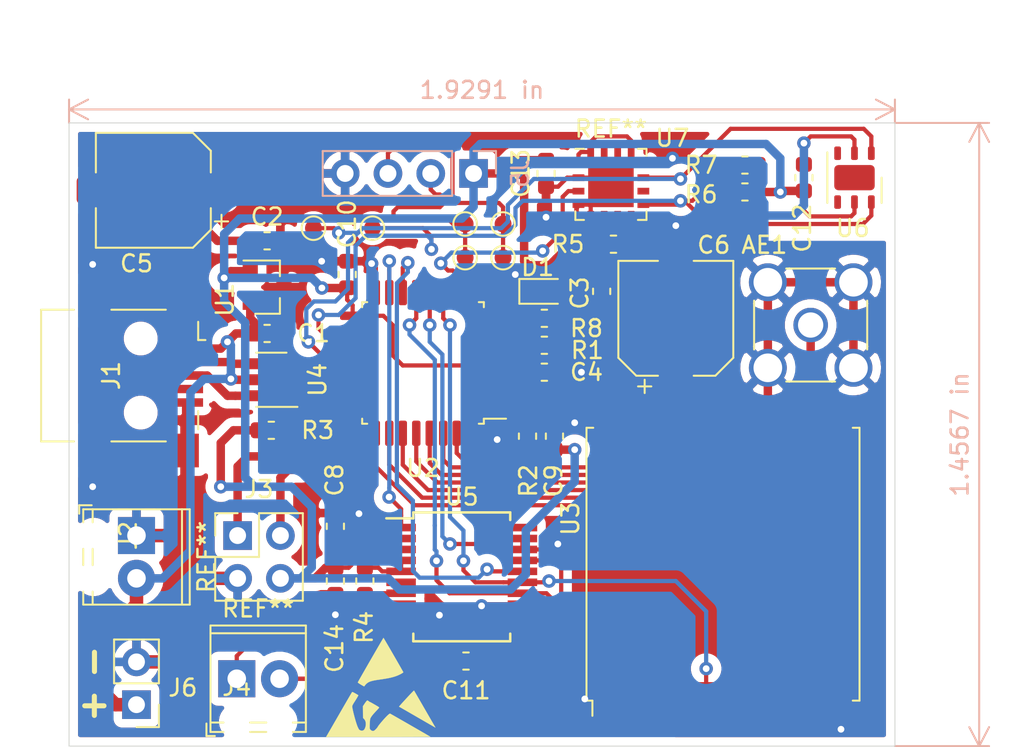
<source format=kicad_pcb>
(kicad_pcb (version 20171130) (host pcbnew "(5.1.0)-1")
  (layers (0 F.Cu signal) (31 B.Cu signal) (34 B.Paste user hide) (35 F.Paste user hide) (36 B.SilkS user) (37 F.SilkS user) (38 B.Mask user hide) (39 F.Mask user hide) (44 Edge.Cuts user))
  (net 0 "")
  (net 1 GND)
  (net 2 +3V3)
  (net 3 "Net-(AE1-Pad1)")
  (net 4 +5V)
  (net 5 "Net-(C4-Pad2)")
  (net 6 "Net-(C11-Pad2)")
  (net 7 "Net-(C11-Pad1)")
  (net 8 "Net-(J1-Pad3)")
  (net 9 "Net-(J1-Pad2)")
  (net 10 "Net-(R2-Pad1)")
  (net 11 USB_DP)
  (net 12 "Net-(R4-Pad2)")
  (net 13 "Net-(R4-Pad1)")
  (net 14 SDA)
  (net 15 SCL)
  (net 16 RFM_DIO3)
  (net 17 RFM_DIO2)
  (net 18 RFM_DIO1)
  (net 19 RFM_DIO0)
  (net 20 SPI_MOSI)
  (net 21 SPI_MISO)
  (net 22 SPI_SCK)
  (net 23 USB_DM)
  (net 24 SWCLK)
  (net 25 SWDIO)
  (net 26 "Net-(R5-Pad2)")
  (net 27 UART_TX)
  (net 28 UART_RX)
  (net 29 RFM_DIO4)
  (net 30 RFM_DIO5)
  (net 31 RFM_RST)
  (net 32 RFM_NSS)
  (net 33 MAX_CS)
  (net 34 MAX_DRDY)
  (net 35 PRESSURE_INT)
  (net 36 "Net-(D1-Pad2)")
  (net 37 "Net-(R8-Pad1)")
  (module Symbol:ESD-Logo_6.6x6mm_SilkScreen (layer F.Cu) (at 88.5 111.5)
    (fp_text reference REF** hide)
    (fp_text value ESD-Logo_6.6x6mm_SilkScreen hide)
  )
  (module MK_Footprints:TerminalBlock_Phoenix_MPT-0,5-2-2.54_1x02_P2.54mm_Horizontal (layer F.Cu) (at 79.95 111)
    (fp_text reference J4 (at 0 0.5) (layer F.SilkS))
    (fp_text value PT1000)
    (fp_text user REF** (at 1.27 -4.16) (layer F.SilkS))
    (pad "" np_thru_hole circle (at 2.54 2.54) (size 1.1 1.1) (drill 1.1) (layers *.Cu *.Mask))
    (pad 2 thru_hole circle (at 2.54 0) (size 2.2 2.2) (drill 1.1) (layers *.Cu *.Mask) (net 6 "Net-(C11-Pad2)"))
    (pad 1 thru_hole rect (at 0 0) (size 2.2 2.2) (drill 1.1) (layers *.Cu *.Mask) (net 7 "Net-(C11-Pad1)"))
    (pad "" np_thru_hole circle (at 0 2.54) (size 1.1 1.1) (drill 1.1) (layers *.Cu *.Mask))
  )
  (module MK_Footprints:TerminalBlock_Phoenix_MPT-0,5-2-2.54_1x02_P2.54mm_Horizontal (layer F.Cu) (at 74 102.5 270)
    (fp_text reference J2 (at 0 0.5 270) (layer F.SilkS))
    (fp_text value Screw_Terminal_01x02)
    (fp_text user REF** (at 1.27 -4.16 270) (layer F.SilkS))
    (pad "" np_thru_hole circle (at 2.54 2.54 270) (size 1.1 1.1) (drill 1.1) (layers *.Cu *.Mask))
    (pad 2 thru_hole circle (at 2.54 0 270) (size 2.2 2.2) (drill 1.1) (layers *.Cu *.Mask) (net 4 +5V))
    (pad 1 thru_hole rect (at 0 0 270) (size 2.2 2.2) (drill 1.1) (layers *.Cu *.Mask) (net 1 GND))
    (pad "" np_thru_hole circle (at 0 2.54 270) (size 1.1 1.1) (drill 1.1) (layers *.Cu *.Mask))
  )
  (module MK_Footprints:HQFN-16-1EP_4x4mm_P0.8mm_EP2.7x2.7mm (layer F.Cu) (at 102.15 81.65)
    (fp_text reference U7 (at 3.65 -2.75) (layer F.SilkS))
    (fp_text value FXPS7115D4)
    (fp_text user REF** (at 0 -3.3) (layer F.SilkS))
    (pad 16 smd rect (at -1.2 -1.925) (size 0.4 0.7) (layers F.Cu F.Mask) (net 2 +3V3))
    (pad 12 smd rect (at 1.925 -1.2) (size 0.7 0.4) (layers F.Cu F.Mask) (net 1 GND))
    (pad 1 smd rect (at -1.925 -1.2) (size 0.7 0.4) (layers F.Cu F.Mask) (net 2 +3V3))
    (pad 2 smd rect (at -1.925 -0.4) (size 0.7 0.4) (layers F.Cu F.Mask) (net 1 GND))
    (pad 7 smd rect (at 0.4 1.925) (size 0.4 0.7) (layers F.Cu F.Mask))
    (pad 5 smd rect (at -1.2 1.925) (size 0.4 0.7) (layers F.Cu F.Mask) (net 1 GND))
    (pad 9 smd rect (at 1.925 1.2) (size 0.7 0.4) (layers F.Cu F.Mask) (net 15 SCL))
    (pad 3 smd rect (at -1.925 0.4) (size 0.7 0.4) (layers F.Cu F.Mask))
    (pad 10 smd rect (at 1.925 0.4) (size 0.7 0.4) (layers F.Cu F.Mask))
    (pad 11 smd rect (at 1.925 -0.4) (size 0.7 0.4) (layers F.Cu F.Mask) (net 14 SDA))
    (pad 8 smd rect (at 1.2 1.925) (size 0.4 0.7) (layers F.Cu F.Mask) (net 26 "Net-(R5-Pad2)"))
    (pad 13 smd rect (at 1.2 -1.925) (size 0.4 0.7) (layers F.Cu F.Mask) (net 2 +3V3))
    (pad 6 smd rect (at -0.4 1.925) (size 0.4 0.7) (layers F.Cu F.Mask))
    (pad 14 smd rect (at 0.4 -1.925) (size 0.4 0.7) (layers F.Cu F.Mask))
    (pad 15 smd rect (at -0.4 -1.925) (size 0.4 0.7) (layers F.Cu F.Mask) (net 1 GND))
    (pad 17 smd rect (at 0 0) (size 2.7 2.7) (layers F.Cu F.Mask) (net 1 GND))
    (pad 4 smd rect (at -1.925 1.2) (size 0.7 0.4) (layers F.Cu F.Mask) (net 1 GND))
  )
  (module TestPoint:TestPoint_Pad_D1.0mm (layer F.Cu) (at 95.75 84)
    (fp_text reference TP6 hide)
    (fp_text value TP_SDA)
    (pad 1 smd circle (at 0 0) (size 1 1) (layers F.Cu F.Mask) (net 27 UART_TX))
  )
  (module TestPoint:TestPoint_Pad_D1.0mm (layer F.Cu) (at 93.5 86)
    (fp_text reference TP5 hide)
    (fp_text value TP_SCL)
    (pad 1 smd circle (at 0 0) (size 1 1) (layers F.Cu F.Mask) (net 28 UART_RX))
  )
  (module TestPoint:TestPoint_Pad_D1.0mm (layer F.Cu) (at 95.75 86)
    (fp_text reference TP4 hide)
    (fp_text value TP_SCL)
    (pad 1 smd circle (at 0 0) (size 1 1) (layers F.Cu F.Mask) (net 27 UART_TX))
  )
  (module TestPoint:TestPoint_Pad_D1.0mm (layer F.Cu) (at 93.5 84)
    (fp_text reference TP3 hide)
    (fp_text value TP_SDA)
    (pad 1 smd circle (at 0 0) (size 1 1) (layers F.Cu F.Mask) (net 28 UART_RX))
  )
  (module TestPoint:TestPoint_Pad_D1.0mm (layer F.Cu) (at 84.5 84.25)
    (fp_text reference TP2 hide)
    (fp_text value TP_SDA)
    (pad 1 smd circle (at 0 0) (size 1 1) (layers F.Cu F.Mask) (net 14 SDA))
  )
  (module TestPoint:TestPoint_Pad_D1.0mm (layer F.Cu) (at 88 84.25)
    (fp_text reference TP1 hide)
    (fp_text value TP_SCL)
    (pad 1 smd circle (at 0 0) (size 1 1) (layers F.Cu F.Mask) (net 15 SCL))
  )
  (module Connector_PinHeader_2.54mm:PinHeader_1x02_P2.54mm_Vertical (layer F.Cu) (at 74 112.54 180)
    (fp_text reference J6 (at -2.75 1 180) (layer F.SilkS))
    (fp_text value Conn_01x02_Male)
    (pad 2 thru_hole oval (at 0 2.54 180) (size 1.7 1.7) (drill 1) (layers *.Cu *.Mask) (net 1 GND))
    (pad 1 thru_hole rect (at 0 0 180) (size 1.7 1.7) (drill 1) (layers *.Cu *.Mask) (net 4 +5V))
  )
  (module Resistor_SMD:R_0603_1608Metric (layer F.Cu) (at 110.1 80.5 180)
    (fp_text reference R7 (at 2.6 0 180) (layer F.SilkS))
    (fp_text value 1K)
    (pad 2 smd roundrect (at 0.7875 0 180) (size 0.875 0.95) (layers F.Cu F.Paste F.Mask) (net 14 SDA))
    (pad 1 smd roundrect (at -0.7875 0 180) (size 0.875 0.95) (layers F.Cu F.Paste F.Mask) (net 2 +3V3))
  )
  (module Resistor_SMD:R_0603_1608Metric (layer F.Cu) (at 110.1 82.1 180)
    (fp_text reference R6 (at 2.6 -0.15 180) (layer F.SilkS))
    (fp_text value 1K)
    (pad 2 smd roundrect (at 0.7875 0 180) (size 0.875 0.95) (layers F.Cu F.Paste F.Mask) (net 15 SCL))
    (pad 1 smd roundrect (at -0.7875 0 180) (size 0.875 0.95) (layers F.Cu F.Paste F.Mask) (net 2 +3V3))
  )
  (module Resistor_SMD:R_0603_1608Metric (layer F.Cu) (at 102.3 85.2)
    (fp_text reference R5 (at -2.7 0) (layer F.SilkS))
    (fp_text value 1K)
    (pad 2 smd roundrect (at 0.7875 0) (size 0.875 0.95) (layers F.Cu F.Paste F.Mask) (net 26 "Net-(R5-Pad2)"))
    (pad 1 smd roundrect (at -0.7875 0) (size 0.875 0.95) (layers F.Cu F.Paste F.Mask) (net 2 +3V3))
  )
  (module Connector_PinSocket_2.54mm:PinSocket_1x04_P2.54mm_Vertical (layer B.Cu) (at 94 81 90)
    (fp_text reference J5 (at 0 2.77 90) (layer B.SilkS) (effects (justify mirror)))
    (fp_text value Conn_01x04)
    (pad 4 thru_hole oval (at 0 -7.62 90) (size 1.7 1.7) (drill 1) (layers *.Cu *.Mask) (net 1 GND))
    (pad 3 thru_hole oval (at 0 -5.08 90) (size 1.7 1.7) (drill 1) (layers *.Cu *.Mask) (net 27 UART_TX))
    (pad 2 thru_hole oval (at 0 -2.54 90) (size 1.7 1.7) (drill 1) (layers *.Cu *.Mask) (net 28 UART_RX))
    (pad 1 thru_hole rect (at 0 0 90) (size 1.7 1.7) (drill 1) (layers *.Cu *.Mask) (net 2 +3V3))
  )
  (module Capacitor_SMD:C_0603_1608Metric (layer F.Cu) (at 85.8 105.2 270)
    (fp_text reference C14 (at 4 0.05 270) (layer F.SilkS))
    (fp_text value 100n)
    (pad 2 smd roundrect (at 0.7875 0 270) (size 0.875 0.95) (layers F.Cu F.Paste F.Mask) (net 1 GND))
    (pad 1 smd roundrect (at -0.7875 0 270) (size 0.875 0.95) (layers F.Cu F.Paste F.Mask) (net 2 +3V3))
  )
  (module Capacitor_SMD:C_0603_1608Metric (layer F.Cu) (at 98.3 81 270)
    (fp_text reference C13 (at 0 1.5 270) (layer F.SilkS))
    (fp_text value 100n)
    (pad 2 smd roundrect (at 0.7875 0 270) (size 0.875 0.95) (layers F.Cu F.Paste F.Mask) (net 1 GND))
    (pad 1 smd roundrect (at -0.7875 0 270) (size 0.875 0.95) (layers F.Cu F.Paste F.Mask) (net 2 +3V3))
  )
  (module Package_DFN_QFN:DFN-6-1EP_3x3mm_P1mm_EP1.5x2.4mm (layer F.Cu) (at 116.6 81.25 270)
    (fp_text reference U6 (at 3 0.1) (layer F.SilkS))
    (fp_text value SHT21)
    (pad 6 smd roundrect (at 1.45 -1 270) (size 0.8 0.4) (layers F.Cu F.Paste F.Mask) (net 15 SCL))
    (pad 5 smd roundrect (at 1.45 0 270) (size 0.8 0.4) (layers F.Cu F.Paste F.Mask) (net 2 +3V3))
    (pad 4 smd roundrect (at 1.45 1 270) (size 0.8 0.4) (layers F.Cu F.Paste F.Mask))
    (pad 3 smd roundrect (at -1.45 1 270) (size 0.8 0.4) (layers F.Cu F.Paste F.Mask))
    (pad 2 smd roundrect (at -1.45 0 270) (size 0.8 0.4) (layers F.Cu F.Paste F.Mask) (net 1 GND))
    (pad 1 smd roundrect (at -1.45 -1 270) (size 0.8 0.4) (layers F.Cu F.Paste F.Mask) (net 14 SDA))
    (pad 7 smd roundrect (at 0 0 270) (size 1.5 2.4) (layers F.Cu F.Mask) (roundrect_rratio 0.166667))
  )
  (module Package_SO:SSOP-20_5.3x7.2mm_P0.65mm (layer F.Cu) (at 93.3 104.95)
    (fp_text reference U5 (at 0 -4.75) (layer F.SilkS))
    (fp_text value MAX31865AAP+T)
    (pad 20 smd rect (at 3.6 -2.925) (size 1.75 0.45) (layers F.Cu F.Paste F.Mask))
    (pad 19 smd rect (at 3.6 -2.275) (size 1.75 0.45) (layers F.Cu F.Paste F.Mask) (net 1 GND))
    (pad 18 smd rect (at 3.6 -1.625) (size 1.75 0.45) (layers F.Cu F.Paste F.Mask) (net 1 GND))
    (pad 17 smd rect (at 3.6 -0.975) (size 1.75 0.45) (layers F.Cu F.Paste F.Mask) (net 21 SPI_MISO))
    (pad 16 smd rect (at 3.6 -0.325) (size 1.75 0.45) (layers F.Cu F.Paste F.Mask) (net 33 MAX_CS))
    (pad 15 smd rect (at 3.6 0.325) (size 1.75 0.45) (layers F.Cu F.Paste F.Mask) (net 22 SPI_SCK))
    (pad 14 smd rect (at 3.6 0.975) (size 1.75 0.45) (layers F.Cu F.Paste F.Mask) (net 20 SPI_MOSI))
    (pad 13 smd rect (at 3.6 1.625) (size 1.75 0.45) (layers F.Cu F.Paste F.Mask) (net 1 GND))
    (pad 12 smd rect (at 3.6 2.275) (size 1.75 0.45) (layers F.Cu F.Paste F.Mask) (net 6 "Net-(C11-Pad2)"))
    (pad 11 smd rect (at 3.6 2.925) (size 1.75 0.45) (layers F.Cu F.Paste F.Mask) (net 6 "Net-(C11-Pad2)"))
    (pad 10 smd rect (at -3.6 2.925) (size 1.75 0.45) (layers F.Cu F.Paste F.Mask) (net 7 "Net-(C11-Pad1)"))
    (pad 9 smd rect (at -3.6 2.275) (size 1.75 0.45) (layers F.Cu F.Paste F.Mask) (net 1 GND))
    (pad 8 smd rect (at -3.6 1.625) (size 1.75 0.45) (layers F.Cu F.Paste F.Mask) (net 7 "Net-(C11-Pad1)"))
    (pad 7 smd rect (at -3.6 0.975) (size 1.75 0.45) (layers F.Cu F.Paste F.Mask) (net 12 "Net-(R4-Pad2)"))
    (pad 6 smd rect (at -3.6 0.325) (size 1.75 0.45) (layers F.Cu F.Paste F.Mask) (net 12 "Net-(R4-Pad2)"))
    (pad 5 smd rect (at -3.6 -0.325) (size 1.75 0.45) (layers F.Cu F.Paste F.Mask) (net 13 "Net-(R4-Pad1)"))
    (pad 4 smd rect (at -3.6 -0.975) (size 1.75 0.45) (layers F.Cu F.Paste F.Mask) (net 13 "Net-(R4-Pad1)"))
    (pad 3 smd rect (at -3.6 -1.625) (size 1.75 0.45) (layers F.Cu F.Paste F.Mask) (net 2 +3V3))
    (pad 2 smd rect (at -3.6 -2.275) (size 1.75 0.45) (layers F.Cu F.Paste F.Mask) (net 2 +3V3))
    (pad 1 smd rect (at -3.6 -2.925) (size 1.75 0.45) (layers F.Cu F.Paste F.Mask) (net 34 MAX_DRDY))
  )
  (module Resistor_SMD:R_0603_1608Metric (layer F.Cu) (at 87.55 105.2 270)
    (fp_text reference R4 (at 2.75 0.05 270) (layer F.SilkS))
    (fp_text value "3.9k 1%")
    (pad 2 smd roundrect (at 0.7875 0 270) (size 0.875 0.95) (layers F.Cu F.Paste F.Mask) (net 12 "Net-(R4-Pad2)"))
    (pad 1 smd roundrect (at -0.7875 0 270) (size 0.875 0.95) (layers F.Cu F.Paste F.Mask) (net 13 "Net-(R4-Pad1)"))
  )
  (module Capacitor_SMD:C_0603_1608Metric (layer F.Cu) (at 113.6 81.25 270)
    (fp_text reference C12 (at 3 0.1 270) (layer F.SilkS))
    (fp_text value 100n)
    (pad 2 smd roundrect (at 0.7875 0 270) (size 0.875 0.95) (layers F.Cu F.Paste F.Mask) (net 2 +3V3))
    (pad 1 smd roundrect (at -0.7875 0 270) (size 0.875 0.95) (layers F.Cu F.Paste F.Mask) (net 1 GND))
  )
  (module Capacitor_SMD:C_0603_1608Metric (layer F.Cu) (at 93.55 109.95)
    (fp_text reference C11 (at 0 1.75) (layer F.SilkS))
    (fp_text value 10n)
    (pad 2 smd roundrect (at 0.7875 0) (size 0.875 0.95) (layers F.Cu F.Paste F.Mask) (net 6 "Net-(C11-Pad2)"))
    (pad 1 smd roundrect (at -0.7875 0) (size 0.875 0.95) (layers F.Cu F.Paste F.Mask) (net 7 "Net-(C11-Pad1)"))
  )
  (module Capacitor_SMD:C_0603_1608Metric (layer F.Cu) (at 85.8 101.95 270)
    (fp_text reference C8 (at -2.75 0.05 270) (layer F.SilkS))
    (fp_text value 100n)
    (pad 2 smd roundrect (at 0.7875 0 270) (size 0.875 0.95) (layers F.Cu F.Paste F.Mask) (net 2 +3V3))
    (pad 1 smd roundrect (at -0.7875 0 270) (size 0.875 0.95) (layers F.Cu F.Paste F.Mask) (net 1 GND))
  )
  (module Resistor_SMD:R_0603_1608Metric (layer F.Cu) (at 98.2 89.6)
    (fp_text reference R8 (at 2.5 0.6) (layer F.SilkS))
    (fp_text value 240)
    (pad 2 smd roundrect (at 0.7875 0) (size 0.875 0.95) (layers F.Cu F.Paste F.Mask) (net 36 "Net-(D1-Pad2)"))
    (pad 1 smd roundrect (at -0.7875 0) (size 0.875 0.95) (layers F.Cu F.Paste F.Mask) (net 37 "Net-(R8-Pad1)"))
  )
  (module LED_SMD:LED_0603_1608Metric (layer F.Cu) (at 98.2 88)
    (fp_text reference D1 (at -0.4 -1.43) (layer F.SilkS))
    (fp_text value LED)
    (pad 2 smd roundrect (at 0.7875 0) (size 0.875 0.95) (layers F.Cu F.Paste F.Mask) (net 36 "Net-(D1-Pad2)"))
    (pad 1 smd roundrect (at -0.7875 0) (size 0.875 0.95) (layers F.Cu F.Paste F.Mask) (net 1 GND))
  )
  (module Capacitor_SMD:CP_Elec_6.3x5.9 (layer F.Cu) (at 106 89.6 90)
    (fp_text reference C6 (at 4.35 2.25 180) (layer F.SilkS))
    (fp_text value 82u)
    (pad 2 smd roundrect (at 2.8 0 90) (size 3.5 1.6) (layers F.Cu F.Paste F.Mask) (roundrect_rratio 0.15625) (net 1 GND))
    (pad 1 smd roundrect (at -2.8 0 90) (size 3.5 1.6) (layers F.Cu F.Paste F.Mask) (roundrect_rratio 0.15625) (net 2 +3V3))
  )
  (module Connector_Coaxial:SMA_Amphenol_901-144_Vertical (layer F.Cu) (at 114 90)
    (fp_text reference AE1 (at -2.75 -4.75) (layer F.SilkS))
    (fp_text value Antenna_Shield)
    (pad 2 thru_hole circle (at -2.54 2.54) (size 2.25 2.25) (drill 1.7) (layers *.Cu *.Mask) (net 1 GND))
    (pad 2 thru_hole circle (at -2.54 -2.54) (size 2.25 2.25) (drill 1.7) (layers *.Cu *.Mask) (net 1 GND))
    (pad 2 thru_hole circle (at 2.54 -2.54) (size 2.25 2.25) (drill 1.7) (layers *.Cu *.Mask) (net 1 GND))
    (pad 2 thru_hole circle (at 2.54 2.54) (size 2.25 2.25) (drill 1.7) (layers *.Cu *.Mask) (net 1 GND))
    (pad 1 thru_hole circle (at 0 0) (size 2.05 2.05) (drill 1.5) (layers *.Cu *.Mask) (net 3 "Net-(AE1-Pad1)"))
  )
  (module Connector_PinHeader_2.54mm:PinHeader_2x02_P2.54mm_Vertical (layer F.Cu) (at 80 102.5)
    (fp_text reference J3 (at 1.27 -2.75) (layer F.SilkS))
    (fp_text value SWD)
    (pad 4 thru_hole oval (at 2.54 2.54) (size 1.7 1.7) (drill 1) (layers *.Cu *.Mask) (net 2 +3V3))
    (pad 3 thru_hole oval (at 0 2.54) (size 1.7 1.7) (drill 1) (layers *.Cu *.Mask) (net 1 GND))
    (pad 2 thru_hole oval (at 2.54 0) (size 1.7 1.7) (drill 1) (layers *.Cu *.Mask) (net 24 SWCLK))
    (pad 1 thru_hole rect (at 0 0) (size 1.7 1.7) (drill 1) (layers *.Cu *.Mask) (net 25 SWDIO))
  )
  (module Package_TO_SOT_SMD:SOT-23-6 (layer F.Cu) (at 82 93.25 180)
    (fp_text reference U4 (at -2.75 0 270) (layer F.SilkS))
    (fp_text value USBLC6-2SC6)
    (pad 5 smd rect (at 1.1 0 180) (size 1.06 0.65) (layers F.Cu F.Paste F.Mask) (net 4 +5V))
    (pad 6 smd rect (at 1.1 -0.95 180) (size 1.06 0.65) (layers F.Cu F.Paste F.Mask) (net 8 "Net-(J1-Pad3)"))
    (pad 4 smd rect (at 1.1 0.95 180) (size 1.06 0.65) (layers F.Cu F.Paste F.Mask) (net 9 "Net-(J1-Pad2)"))
    (pad 3 smd rect (at -1.1 0.95 180) (size 1.06 0.65) (layers F.Cu F.Paste F.Mask) (net 23 USB_DM))
    (pad 2 smd rect (at -1.1 0 180) (size 1.06 0.65) (layers F.Cu F.Paste F.Mask) (net 1 GND))
    (pad 1 smd rect (at -1.1 -0.95 180) (size 1.06 0.65) (layers F.Cu F.Paste F.Mask) (net 11 USB_DP))
  )
  (module Package_QFP:LQFP-32_7x7mm_P0.8mm (layer F.Cu) (at 91 92.25 180)
    (fp_text reference U2 (at 0 -6.25 180) (layer F.SilkS))
    (fp_text value STM32L412K8Tx)
    (pad 32 smd roundrect (at -2.8 -4.175 180) (size 0.5 1.5) (layers F.Cu F.Paste F.Mask) (net 1 GND))
    (pad 31 smd roundrect (at -2 -4.175 180) (size 0.5 1.5) (layers F.Cu F.Paste F.Mask) (net 10 "Net-(R2-Pad1)"))
    (pad 30 smd roundrect (at -1.2 -4.175 180) (size 0.5 1.5) (layers F.Cu F.Paste F.Mask) (net 19 RFM_DIO0))
    (pad 29 smd roundrect (at -0.4 -4.175 180) (size 0.5 1.5) (layers F.Cu F.Paste F.Mask) (net 29 RFM_DIO4))
    (pad 28 smd roundrect (at 0.4 -4.175 180) (size 0.5 1.5) (layers F.Cu F.Paste F.Mask) (net 16 RFM_DIO3))
    (pad 27 smd roundrect (at 1.2 -4.175 180) (size 0.5 1.5) (layers F.Cu F.Paste F.Mask) (net 30 RFM_DIO5))
    (pad 26 smd roundrect (at 2 -4.175 180) (size 0.5 1.5) (layers F.Cu F.Paste F.Mask) (net 31 RFM_RST))
    (pad 25 smd roundrect (at 2.8 -4.175 180) (size 0.5 1.5) (layers F.Cu F.Paste F.Mask) (net 32 RFM_NSS))
    (pad 24 smd roundrect (at 4.175 -2.8 180) (size 1.5 0.5) (layers F.Cu F.Paste F.Mask) (net 24 SWCLK))
    (pad 23 smd roundrect (at 4.175 -2 180) (size 1.5 0.5) (layers F.Cu F.Paste F.Mask) (net 25 SWDIO))
    (pad 22 smd roundrect (at 4.175 -1.2 180) (size 1.5 0.5) (layers F.Cu F.Paste F.Mask) (net 11 USB_DP))
    (pad 21 smd roundrect (at 4.175 -0.4 180) (size 1.5 0.5) (layers F.Cu F.Paste F.Mask) (net 23 USB_DM))
    (pad 20 smd roundrect (at 4.175 0.4 180) (size 1.5 0.5) (layers F.Cu F.Paste F.Mask) (net 14 SDA))
    (pad 19 smd roundrect (at 4.175 1.2 180) (size 1.5 0.5) (layers F.Cu F.Paste F.Mask) (net 15 SCL))
    (pad 18 smd roundrect (at 4.175 2 180) (size 1.5 0.5) (layers F.Cu F.Paste F.Mask))
    (pad 17 smd roundrect (at 4.175 2.8 180) (size 1.5 0.5) (layers F.Cu F.Paste F.Mask) (net 2 +3V3))
    (pad 16 smd roundrect (at 2.8 4.175 180) (size 0.5 1.5) (layers F.Cu F.Paste F.Mask) (net 1 GND))
    (pad 15 smd roundrect (at 2 4.175 180) (size 0.5 1.5) (layers F.Cu F.Paste F.Mask) (net 34 MAX_DRDY))
    (pad 14 smd roundrect (at 1.2 4.175 180) (size 0.5 1.5) (layers F.Cu F.Paste F.Mask) (net 33 MAX_CS))
    (pad 13 smd roundrect (at 0.4 4.175 180) (size 0.5 1.5) (layers F.Cu F.Paste F.Mask) (net 20 SPI_MOSI))
    (pad 12 smd roundrect (at -0.4 4.175 180) (size 0.5 1.5) (layers F.Cu F.Paste F.Mask) (net 21 SPI_MISO))
    (pad 11 smd roundrect (at -1.2 4.175 180) (size 0.5 1.5) (layers F.Cu F.Paste F.Mask) (net 22 SPI_SCK))
    (pad 10 smd roundrect (at -2 4.175 180) (size 0.5 1.5) (layers F.Cu F.Paste F.Mask) (net 35 PRESSURE_INT))
    (pad 9 smd roundrect (at -2.8 4.175 180) (size 0.5 1.5) (layers F.Cu F.Paste F.Mask) (net 28 UART_RX))
    (pad 8 smd roundrect (at -4.175 2.8 180) (size 1.5 0.5) (layers F.Cu F.Paste F.Mask) (net 27 UART_TX))
    (pad 7 smd roundrect (at -4.175 2 180) (size 1.5 0.5) (layers F.Cu F.Paste F.Mask) (net 37 "Net-(R8-Pad1)"))
    (pad 6 smd roundrect (at -4.175 1.2 180) (size 1.5 0.5) (layers F.Cu F.Paste F.Mask))
    (pad 5 smd roundrect (at -4.175 0.4 180) (size 1.5 0.5) (layers F.Cu F.Paste F.Mask) (net 2 +3V3))
    (pad 4 smd roundrect (at -4.175 -0.4 180) (size 1.5 0.5) (layers F.Cu F.Paste F.Mask) (net 5 "Net-(C4-Pad2)"))
    (pad 3 smd roundrect (at -4.175 -1.2 180) (size 1.5 0.5) (layers F.Cu F.Paste F.Mask) (net 18 RFM_DIO1))
    (pad 2 smd roundrect (at -4.175 -2 180) (size 1.5 0.5) (layers F.Cu F.Paste F.Mask) (net 17 RFM_DIO2))
    (pad 1 smd roundrect (at -4.175 -2.8 180) (size 1.5 0.5) (layers F.Cu F.Paste F.Mask) (net 2 +3V3))
  )
  (module Resistor_SMD:R_0603_1608Metric (layer F.Cu) (at 82 96.25)
    (fp_text reference R3 (at 2.75 0) (layer F.SilkS))
    (fp_text value 1.5K)
    (pad 2 smd roundrect (at 0.7875 0) (size 0.875 0.95) (layers F.Cu F.Paste F.Mask) (net 11 USB_DP))
    (pad 1 smd roundrect (at -0.7875 0) (size 0.875 0.95) (layers F.Cu F.Paste F.Mask) (net 2 +3V3))
  )
  (module Resistor_SMD:R_0603_1608Metric (layer F.Cu) (at 97.2 96.6 90)
    (fp_text reference R2 (at -2.65 0.05 90) (layer F.SilkS))
    (fp_text value 100K)
    (pad 2 smd roundrect (at 0.7875 0 90) (size 0.875 0.95) (layers F.Cu F.Paste F.Mask) (net 1 GND))
    (pad 1 smd roundrect (at -0.7875 0 90) (size 0.875 0.95) (layers F.Cu F.Paste F.Mask) (net 10 "Net-(R2-Pad1)"))
  )
  (module Resistor_SMD:R_0603_1608Metric (layer F.Cu) (at 98.2 91.2)
    (fp_text reference R1 (at 2.55 0.3) (layer F.SilkS))
    (fp_text value 100K)
    (pad 2 smd roundrect (at 0.7875 0) (size 0.875 0.95) (layers F.Cu F.Paste F.Mask) (net 5 "Net-(C4-Pad2)"))
    (pad 1 smd roundrect (at -0.7875 0) (size 0.875 0.95) (layers F.Cu F.Paste F.Mask) (net 2 +3V3))
  )
  (module Connector_USB:USB_Mini-B_Lumberg_2486_01_Horizontal (layer F.Cu) (at 74.25 93 270)
    (fp_text reference J1 (at 0 1.75 270) (layer F.SilkS))
    (fp_text value USB_B_Mini)
    (pad "" np_thru_hole circle (at 2.2 0 270) (size 1 1) (drill 1) (layers *.Cu *.Mask))
    (pad "" np_thru_hole circle (at -2.2 0 270) (size 1 1) (drill 1) (layers *.Cu *.Mask))
    (pad 6 smd rect (at 4.45 2.85 270) (size 2 1.7) (layers F.Cu F.Paste F.Mask) (net 1 GND))
    (pad 6 smd rect (at 4.45 -2.6 270) (size 2 1.7) (layers F.Cu F.Paste F.Mask) (net 1 GND))
    (pad 6 smd rect (at -4.45 2.85 270) (size 2 1.7) (layers F.Cu F.Paste F.Mask) (net 1 GND))
    (pad 6 smd rect (at -4.45 -2.6 270) (size 2 1.7) (layers F.Cu F.Paste F.Mask) (net 1 GND))
    (pad 5 smd rect (at 1.6 -2.7 270) (size 0.5 2) (layers F.Cu F.Paste F.Mask) (net 1 GND))
    (pad 4 smd rect (at 0.8 -2.7 270) (size 0.5 2) (layers F.Cu F.Paste F.Mask))
    (pad 3 smd rect (at 0 -2.7 270) (size 0.5 2) (layers F.Cu F.Paste F.Mask) (net 8 "Net-(J1-Pad3)"))
    (pad 2 smd rect (at -0.8 -2.7 270) (size 0.5 2) (layers F.Cu F.Paste F.Mask) (net 9 "Net-(J1-Pad2)"))
    (pad 1 smd rect (at -1.6 -2.7 270) (size 0.5 2) (layers F.Cu F.Paste F.Mask) (net 4 +5V))
  )
  (module Capacitor_SMD:C_0603_1608Metric (layer F.Cu) (at 86.5 87 270)
    (fp_text reference C10 (at -3 0 270) (layer F.SilkS))
    (fp_text value 100n)
    (pad 2 smd roundrect (at 0.7875 0 270) (size 0.875 0.95) (layers F.Cu F.Paste F.Mask) (net 2 +3V3))
    (pad 1 smd roundrect (at -0.7875 0 270) (size 0.875 0.95) (layers F.Cu F.Paste F.Mask) (net 1 GND))
  )
  (module Capacitor_SMD:C_0603_1608Metric (layer F.Cu) (at 98.8 96.6 270)
    (fp_text reference C9 (at 2.65 0.05 270) (layer F.SilkS))
    (fp_text value 100n)
    (pad 2 smd roundrect (at 0.7875 0 270) (size 0.875 0.95) (layers F.Cu F.Paste F.Mask) (net 2 +3V3))
    (pad 1 smd roundrect (at -0.7875 0 270) (size 0.875 0.95) (layers F.Cu F.Paste F.Mask) (net 1 GND))
  )
  (module Capacitor_SMD:CP_Elec_6.3x5.9 (layer F.Cu) (at 75 82 180)
    (fp_text reference C5 (at 1 -4.35 180) (layer F.SilkS))
    (fp_text value 82u)
    (pad 2 smd roundrect (at 2.8 0 180) (size 3.5 1.6) (layers F.Cu F.Paste F.Mask) (roundrect_rratio 0.15625) (net 1 GND))
    (pad 1 smd roundrect (at -2.8 0 180) (size 3.5 1.6) (layers F.Cu F.Paste F.Mask) (roundrect_rratio 0.15625) (net 2 +3V3))
  )
  (module Capacitor_SMD:C_0603_1608Metric (layer F.Cu) (at 98.2 92.8 180)
    (fp_text reference C4 (at -2.5 0 180) (layer F.SilkS))
    (fp_text value 100n)
    (pad 2 smd roundrect (at 0.7875 0 180) (size 0.875 0.95) (layers F.Cu F.Paste F.Mask) (net 5 "Net-(C4-Pad2)"))
    (pad 1 smd roundrect (at -0.7875 0 180) (size 0.875 0.95) (layers F.Cu F.Paste F.Mask) (net 1 GND))
  )
  (module RF_Module:HOPERF_RFM9XW_SMD (layer F.Cu) (at 108.8 104.2 90)
    (fp_text reference U3 (at 2.7 -9.05 90) (layer F.SilkS))
    (fp_text value RFM95W-868S2)
    (pad 16 smd rect (at 8 -7 90) (size 2 1) (layers F.Cu F.Paste F.Mask) (net 17 RFM_DIO2))
    (pad 15 smd rect (at 8 -5 90) (size 2 1) (layers F.Cu F.Paste F.Mask) (net 18 RFM_DIO1))
    (pad 14 smd rect (at 8 -3 90) (size 2 1) (layers F.Cu F.Paste F.Mask) (net 19 RFM_DIO0))
    (pad 13 smd rect (at 8 -1 90) (size 2 1) (layers F.Cu F.Paste F.Mask) (net 2 +3V3))
    (pad 12 smd rect (at 8 1 90) (size 2 1) (layers F.Cu F.Paste F.Mask) (net 29 RFM_DIO4))
    (pad 11 smd rect (at 8 3 90) (size 2 1) (layers F.Cu F.Paste F.Mask) (net 16 RFM_DIO3))
    (pad 10 smd rect (at 8 5 90) (size 2 1) (layers F.Cu F.Paste F.Mask) (net 1 GND))
    (pad 9 smd rect (at 8 7 90) (size 2 1) (layers F.Cu F.Paste F.Mask) (net 3 "Net-(AE1-Pad1)"))
    (pad 8 smd rect (at -8 7 90) (size 2 1) (layers F.Cu F.Paste F.Mask) (net 1 GND))
    (pad 7 smd rect (at -8 5 90) (size 2 1) (layers F.Cu F.Paste F.Mask) (net 30 RFM_DIO5))
    (pad 6 smd rect (at -8 3 90) (size 2 1) (layers F.Cu F.Paste F.Mask) (net 31 RFM_RST))
    (pad 5 smd rect (at -8 1 90) (size 2 1) (layers F.Cu F.Paste F.Mask) (net 32 RFM_NSS))
    (pad 4 smd rect (at -8 -1 90) (size 2 1) (layers F.Cu F.Paste F.Mask) (net 22 SPI_SCK))
    (pad 3 smd rect (at -8 -3 90) (size 2 1) (layers F.Cu F.Paste F.Mask) (net 20 SPI_MOSI))
    (pad 2 smd rect (at -8 -5 90) (size 2 1) (layers F.Cu F.Paste F.Mask) (net 21 SPI_MISO))
    (pad 1 smd rect (at -8 -7 90) (size 2 1) (layers F.Cu F.Paste F.Mask) (net 1 GND))
  )
  (module Package_TO_SOT_SMD:SOT-23 (layer F.Cu) (at 81.75 87.75)
    (fp_text reference U1 (at -2.5 0.75 90) (layer F.SilkS))
    (fp_text value MCP1812BT_033TT)
    (pad 3 smd rect (at 1 0) (size 0.9 0.8) (layers F.Cu F.Paste F.Mask) (net 1 GND))
    (pad 2 smd rect (at -1 0.95) (size 0.9 0.8) (layers F.Cu F.Paste F.Mask) (net 4 +5V))
    (pad 1 smd rect (at -1 -0.95) (size 0.9 0.8) (layers F.Cu F.Paste F.Mask) (net 2 +3V3))
  )
  (module Capacitor_SMD:C_0603_1608Metric (layer F.Cu) (at 101.6 88 270)
    (fp_text reference C3 (at 0.1 1.3 90) (layer F.SilkS))
    (fp_text value 100n)
    (pad 2 smd roundrect (at 0.7875 0 270) (size 0.875 0.95) (layers F.Cu F.Paste F.Mask) (net 2 +3V3))
    (pad 1 smd roundrect (at -0.7875 0 270) (size 0.875 0.95) (layers F.Cu F.Paste F.Mask) (net 1 GND))
  )
  (module Capacitor_SMD:C_0603_1608Metric (layer F.Cu) (at 81.75 85)
    (fp_text reference C2 (at 0 -1.43) (layer F.SilkS))
    (fp_text value 2.2u)
    (pad 2 smd roundrect (at 0.7875 0) (size 0.875 0.95) (layers F.Cu F.Paste F.Mask) (net 1 GND))
    (pad 1 smd roundrect (at -0.7875 0) (size 0.875 0.95) (layers F.Cu F.Paste F.Mask) (net 2 +3V3))
  )
  (module Capacitor_SMD:C_0603_1608Metric (layer F.Cu) (at 81.75 90.5)
    (fp_text reference C1 (at 2.75 0) (layer F.SilkS))
    (fp_text value 2.2u)
    (pad 2 smd roundrect (at 0.7875 0) (size 0.875 0.95) (layers F.Cu F.Paste F.Mask) (net 1 GND))
    (pad 1 smd roundrect (at -0.7875 0) (size 0.875 0.95) (layers F.Cu F.Paste F.Mask) (net 4 +5V))
  )
  (dimension 37 (width 0.12) (layer B.SilkS) (gr_text "37.000 mm" (at 125.27 96.5 270) (layer B.SilkS) (effects (font (size 1 1) (thickness 0.15)))) (feature1 (pts (xy 119 115) (xy 124.586421 115))) (feature2 (pts (xy 119 78) (xy 124.586421 78))) (crossbar (pts (xy 124 78) (xy 124 115))) (arrow1a (pts (xy 124 115) (xy 123.413579 113.873496))) (arrow1b (pts (xy 124 115) (xy 124.586421 113.873496))) (arrow2a (pts (xy 124 78) (xy 123.413579 79.126504))) (arrow2b (pts (xy 124 78) (xy 124.586421 79.126504))))
  (dimension 49 (width 0.12) (layer B.SilkS) (gr_text "49.000 mm" (at 94.5 75.930001) (layer B.SilkS) (effects (font (size 1 1) (thickness 0.15)))) (feature1 (pts (xy 70 78) (xy 70 76.61358))) (feature2 (pts (xy 119 78) (xy 119 76.61358))) (crossbar (pts (xy 119 77.200001) (xy 70 77.200001))) (arrow1a (pts (xy 70 77.200001) (xy 71.126504 76.61358))) (arrow1b (pts (xy 70 77.200001) (xy 71.126504 77.786422))) (arrow2a (pts (xy 119 77.200001) (xy 117.873496 76.61358))) (arrow2b (pts (xy 119 77.200001) (xy 117.873496 77.786422))))
  (gr_text + (at 71.5 112.5) (layer F.SilkS) (effects (font (size 1.5 1.5) (thickness 0.3))))
  (gr_text - (at 71.4 110 90) (layer F.SilkS) (effects (font (size 1.5 1.5) (thickness 0.3))))
  (gr_line (start 119 78) (end 70 78) (layer Edge.Cuts) (width 0.05))
  (gr_line (start 119 115) (end 119 78) (layer Edge.Cuts) (width 0.05))
  (gr_line (start 70 115) (end 119 115) (layer Edge.Cuts) (width 0.05))
  (gr_line (start 70 78) (end 70 115) (layer Edge.Cuts) (width 0.05))
  (segment (start 89.7 107.225) (end 91.975 107.225) (width 0.25) (layer F.Cu) (net 1))
  (segment (start 96.9 103.325) (end 96.9 102.675) (width 0.25) (layer F.Cu) (net 1))
  (via (at 87.2 101.2) (size 0.8) (drill 0.4) (layers F.Cu B.Cu) (net 1))
  (segment (start 85.8 101.1625) (end 87.1625 101.1625) (width 0.5) (layer F.Cu) (net 1))
  (segment (start 87.1625 101.1625) (end 87.2 101.2) (width 0.5) (layer F.Cu) (net 1))
  (via (at 85.8 107.2) (size 0.8) (drill 0.4) (layers F.Cu B.Cu) (net 1))
  (segment (start 85.8 105.9875) (end 85.8 107.2) (width 0.5) (layer F.Cu) (net 1))
  (via (at 100.6 112.2) (size 0.8) (drill 0.4) (layers F.Cu B.Cu) (net 1))
  (segment (start 111.46 92.54) (end 111.46 87.46) (width 0.5) (layer F.Cu) (net 1))
  (segment (start 111.46 87.46) (end 116.54 87.46) (width 0.5) (layer F.Cu) (net 1))
  (segment (start 116.54 89.05099) (end 116.54 92.54) (width 0.5) (layer F.Cu) (net 1))
  (segment (start 116.54 87.46) (end 116.54 89.05099) (width 0.5) (layer F.Cu) (net 1))
  (segment (start 113.8 96.2) (end 113.8 94.8) (width 0.5) (layer F.Cu) (net 1))
  (segment (start 113.8 94.8) (end 113.4 94.4) (width 0.5) (layer F.Cu) (net 1))
  (segment (start 113.4 94.4) (end 111.6 94.4) (width 0.5) (layer F.Cu) (net 1))
  (segment (start 111.46 94.26) (end 111.46 92.54) (width 0.5) (layer F.Cu) (net 1))
  (segment (start 111.6 94.4) (end 111.46 94.26) (width 0.5) (layer F.Cu) (net 1))
  (via (at 115.8 114) (size 0.8) (drill 0.4) (layers F.Cu B.Cu) (net 1))
  (segment (start 115.8 112.2) (end 115.8 114) (width 0.5) (layer F.Cu) (net 1))
  (segment (start 101.8 112.2) (end 100.6 112.2) (width 0.25) (layer F.Cu) (net 1))
  (via (at 99 103) (size 0.8) (drill 0.4) (layers F.Cu B.Cu) (net 1))
  (segment (start 96.9 103.325) (end 98.675 103.325) (width 0.25) (layer F.Cu) (net 1))
  (segment (start 98.675 103.325) (end 99 103) (width 0.25) (layer F.Cu) (net 1))
  (via (at 91.975 107.225) (size 0.8) (drill 0.4) (layers F.Cu B.Cu) (net 1))
  (segment (start 94.475 106.675) (end 94.575 106.575) (width 0.25) (layer F.Cu) (net 1))
  (via (at 94.475 106.675) (size 0.8) (drill 0.4) (layers F.Cu B.Cu) (net 1))
  (segment (start 94.575 106.575) (end 96.9 106.575) (width 0.25) (layer F.Cu) (net 1))
  (segment (start 82.5375 90.5) (end 82.5375 89.0625) (width 0.5) (layer F.Cu) (net 1))
  (segment (start 82.75 88.85) (end 82.75 87.75) (width 0.5) (layer F.Cu) (net 1))
  (segment (start 82.5375 89.0625) (end 82.75 88.85) (width 0.5) (layer F.Cu) (net 1))
  (segment (start 82.5375 85) (end 82.5375 85.575) (width 0.5) (layer F.Cu) (net 1))
  (segment (start 82.75 85.7875) (end 82.5375 85.575) (width 0.5) (layer F.Cu) (net 1))
  (segment (start 82.75 87.75) (end 82.75 85.7875) (width 0.5) (layer F.Cu) (net 1))
  (segment (start 83.175 86.2125) (end 82.75 85.7875) (width 0.5) (layer F.Cu) (net 1))
  (segment (start 86.5 86.2125) (end 84.9875 86.2125) (width 0.5) (layer F.Cu) (net 1))
  (segment (start 72.2 82) (end 72.2 80.4) (width 0.5) (layer F.Cu) (net 1))
  (segment (start 72.2 80.4) (end 72.8 79.8) (width 0.5) (layer F.Cu) (net 1))
  (segment (start 72.8 79.8) (end 81.6 79.8) (width 0.5) (layer F.Cu) (net 1))
  (segment (start 82.5375 80.7375) (end 81.6 79.8) (width 0.5) (layer F.Cu) (net 1))
  (segment (start 82.5375 85) (end 82.5375 80.7375) (width 0.5) (layer F.Cu) (net 1))
  (segment (start 82.8 81) (end 82.5375 80.7375) (width 0.5) (layer F.Cu) (net 1))
  (segment (start 86.38 81) (end 82.8 81) (width 0.5) (layer F.Cu) (net 1))
  (segment (start 86.5 86.2125) (end 87.8125 86.2125) (width 0.25) (layer F.Cu) (net 1))
  (segment (start 88.2 86.6) (end 88.2 88.075) (width 0.25) (layer F.Cu) (net 1))
  (segment (start 87.8125 86.2125) (end 87.95 86.35) (width 0.25) (layer F.Cu) (net 1))
  (segment (start 82.25 93.25) (end 83.1 93.25) (width 0.25) (layer F.Cu) (net 1))
  (segment (start 82 93) (end 82.25 93.25) (width 0.25) (layer F.Cu) (net 1))
  (segment (start 82 91.6125) (end 82 93) (width 0.25) (layer F.Cu) (net 1))
  (segment (start 82.5375 91.075) (end 82 91.6125) (width 0.25) (layer F.Cu) (net 1))
  (segment (start 82.5375 90.5) (end 82.5375 91.075) (width 0.25) (layer F.Cu) (net 1))
  (via (at 95.4 96.8) (size 0.8) (drill 0.4) (layers F.Cu B.Cu) (net 1))
  (segment (start 93.8 96.425) (end 95.025 96.425) (width 0.25) (layer F.Cu) (net 1))
  (segment (start 95.025 96.425) (end 95.4 96.8) (width 0.25) (layer F.Cu) (net 1))
  (segment (start 97.2 95.8125) (end 98.8 95.8125) (width 0.25) (layer F.Cu) (net 1))
  (via (at 100 95.8) (size 0.8) (drill 0.4) (layers F.Cu B.Cu) (net 1))
  (segment (start 98.8 95.8125) (end 99.9875 95.8125) (width 0.25) (layer F.Cu) (net 1))
  (segment (start 99.9875 95.8125) (end 100 95.8) (width 0.25) (layer F.Cu) (net 1))
  (via (at 100.4 92.8) (size 0.8) (drill 0.4) (layers F.Cu B.Cu) (net 1))
  (segment (start 98.9875 92.8) (end 100.4 92.8) (width 0.25) (layer F.Cu) (net 1))
  (segment (start 116.6 79.8) (end 116.6 79.00002) (width 0.25) (layer F.Cu) (net 1))
  (segment (start 116.6 79.00002) (end 116.4 78.80002) (width 0.25) (layer F.Cu) (net 1))
  (segment (start 113.6 79.2) (end 113.99998 78.80002) (width 0.25) (layer F.Cu) (net 1))
  (segment (start 113.6 80.4625) (end 113.6 79.2) (width 0.25) (layer F.Cu) (net 1))
  (segment (start 116.4 78.80002) (end 113.99998 78.80002) (width 0.25) (layer F.Cu) (net 1))
  (segment (start 98.3 81.7875) (end 99.0125 81.7875) (width 0.25) (layer F.Cu) (net 1))
  (segment (start 103.4875 87.2125) (end 103.9 86.8) (width 0.5) (layer F.Cu) (net 1))
  (segment (start 103.9 86.8) (end 106 86.8) (width 0.5) (layer F.Cu) (net 1))
  (via (at 106 84.1) (size 0.8) (drill 0.4) (layers F.Cu B.Cu) (net 1))
  (segment (start 106 86.8) (end 106 84.1) (width 0.5) (layer F.Cu) (net 1))
  (segment (start 113.6 79.2) (end 113.6 79.2) (width 0.25) (layer F.Cu) (net 1))
  (via (at 113.6 79.2) (size 0.8) (drill 0.4) (layers F.Cu B.Cu) (net 1))
  (segment (start 76.85 97.45) (end 71.4 97.45) (width 0.5) (layer F.Cu) (net 1))
  (segment (start 71.4 97.45) (end 71.4 88.55) (width 0.5) (layer F.Cu) (net 1))
  (segment (start 71.4 88.55) (end 76.85 88.55) (width 0.5) (layer F.Cu) (net 1))
  (segment (start 76.95 97.35) (end 76.85 97.45) (width 0.25) (layer F.Cu) (net 1))
  (segment (start 76.95 94.6) (end 76.95 97.35) (width 0.25) (layer F.Cu) (net 1))
  (via (at 71.4 99.6) (size 0.8) (drill 0.4) (layers F.Cu B.Cu) (net 1))
  (segment (start 71.4 97.45) (end 71.4 99.6) (width 0.25) (layer F.Cu) (net 1))
  (via (at 71.4 86.4) (size 0.8) (drill 0.4) (layers F.Cu B.Cu) (net 1))
  (segment (start 71.4 88.55) (end 71.4 86.4) (width 0.25) (layer F.Cu) (net 1))
  (via (at 98.299992 83.6) (size 0.8) (drill 0.4) (layers F.Cu B.Cu) (net 1))
  (segment (start 98.3 83.599992) (end 98.299992 83.6) (width 0.5) (layer F.Cu) (net 1))
  (segment (start 98.3 81.7875) (end 98.3 83.599992) (width 0.5) (layer F.Cu) (net 1))
  (segment (start 113.6 79.2) (end 113.6 82.9) (width 0.5) (layer B.Cu) (net 1))
  (segment (start 113.6 82.9) (end 113 83.5) (width 0.5) (layer B.Cu) (net 1))
  (segment (start 113 83.5) (end 107.75 83.5) (width 0.5) (layer B.Cu) (net 1))
  (segment (start 107.15 84.1) (end 106 84.1) (width 0.5) (layer B.Cu) (net 1))
  (segment (start 107.75 83.5) (end 107.15 84.1) (width 0.5) (layer B.Cu) (net 1))
  (via (at 96.475 87) (size 0.8) (drill 0.4) (layers F.Cu B.Cu) (net 1))
  (segment (start 97.4125 87.425) (end 97 87.0125) (width 0.25) (layer F.Cu) (net 1))
  (segment (start 97.4125 88) (end 97.4125 87.425) (width 0.25) (layer F.Cu) (net 1))
  (segment (start 96.4875 87.0125) (end 96.475 87) (width 0.25) (layer F.Cu) (net 1))
  (segment (start 97 87.0125) (end 96.4875 87.0125) (width 0.25) (layer F.Cu) (net 1))
  (via (at 105.8 80.1) (size 0.8) (drill 0.4) (layers F.Cu B.Cu) (net 1))
  (segment (start 104.075 80.45) (end 105.45 80.45) (width 0.25) (layer F.Cu) (net 1))
  (segment (start 105.45 80.45) (end 105.8 80.1) (width 0.25) (layer F.Cu) (net 1))
  (segment (start 103.35 80.45) (end 102.15 81.65) (width 0.25) (layer F.Cu) (net 1))
  (segment (start 104.075 80.45) (end 103.35 80.45) (width 0.25) (layer F.Cu) (net 1))
  (segment (start 99.55 81.25) (end 99.35 81.45) (width 0.25) (layer F.Cu) (net 1))
  (segment (start 100.225 81.25) (end 99.55 81.25) (width 0.25) (layer F.Cu) (net 1))
  (segment (start 99.0125 81.7875) (end 99.35 81.45) (width 0.25) (layer F.Cu) (net 1))
  (segment (start 100.225 81.25) (end 101.75 81.25) (width 0.25) (layer F.Cu) (net 1))
  (segment (start 100.225 82.85) (end 100.95 82.85) (width 0.25) (layer F.Cu) (net 1))
  (segment (start 100.95 82.85) (end 102.15 81.65) (width 0.25) (layer F.Cu) (net 1))
  (segment (start 100.95 83.575) (end 100.95 82.85) (width 0.25) (layer F.Cu) (net 1))
  (segment (start 101.75 81.25) (end 102.15 81.65) (width 0.25) (layer F.Cu) (net 1))
  (segment (start 101.75 79.725) (end 101.75 81.25) (width 0.25) (layer F.Cu) (net 1))
  (segment (start 101.6 87.2125) (end 103.4875 87.2125) (width 0.5) (layer F.Cu) (net 1))
  (segment (start 74 102.5) (end 76.2 102.5) (width 0.8) (layer F.Cu) (net 1))
  (segment (start 76.2 102.5) (end 76.9 103.2) (width 0.8) (layer F.Cu) (net 1))
  (segment (start 76.1 110) (end 74 110) (width 0.8) (layer F.Cu) (net 1))
  (segment (start 76.9 109.2) (end 76.1 110) (width 0.8) (layer F.Cu) (net 1))
  (segment (start 77.24 105.04) (end 76.9 104.7) (width 0.8) (layer F.Cu) (net 1))
  (segment (start 80 105.04) (end 77.24 105.04) (width 0.8) (layer F.Cu) (net 1))
  (segment (start 76.9 103.2) (end 76.9 104.7) (width 0.8) (layer F.Cu) (net 1))
  (segment (start 76.9 104.7) (end 76.9 109.2) (width 0.8) (layer F.Cu) (net 1))
  (segment (start 84.9875 86.2125) (end 83.175 86.2125) (width 0.5) (layer F.Cu) (net 1))
  (via (at 84.9875 86.2125) (size 0.8) (drill 0.4) (layers F.Cu B.Cu) (net 1))
  (segment (start 87.95 86.35) (end 88.2 86.6) (width 0.25) (layer F.Cu) (net 1))
  (via (at 87.95 86.35) (size 0.8) (drill 0.4) (layers F.Cu B.Cu) (net 1))
  (segment (start 89.7 103.325) (end 86.925 103.325) (width 0.25) (layer F.Cu) (net 2))
  (segment (start 86.74999 103.50001) (end 86.74999 104.25001) (width 0.25) (layer F.Cu) (net 2))
  (segment (start 86.925 103.325) (end 86.74999 103.50001) (width 0.25) (layer F.Cu) (net 2))
  (segment (start 86.5875 104.4125) (end 85.8 104.4125) (width 0.25) (layer F.Cu) (net 2))
  (segment (start 86.74999 104.25001) (end 86.5875 104.4125) (width 0.25) (layer F.Cu) (net 2))
  (segment (start 86.825 102.675) (end 86.7625 102.7375) (width 0.25) (layer F.Cu) (net 2))
  (segment (start 89.7 102.675) (end 86.825 102.675) (width 0.25) (layer F.Cu) (net 2))
  (segment (start 85.8 102.7375) (end 86.7625 102.7375) (width 0.25) (layer F.Cu) (net 2))
  (segment (start 81.2125 96.25) (end 79.75 96.25) (width 0.5) (layer F.Cu) (net 2))
  (via (at 79 99.6) (size 0.8) (drill 0.4) (layers F.Cu B.Cu) (net 2))
  (segment (start 79.75 96.25) (end 79 97) (width 0.5) (layer F.Cu) (net 2))
  (segment (start 79 97) (end 79 99.6) (width 0.5) (layer F.Cu) (net 2))
  (segment (start 85.8 104.4125) (end 85.8 102.7375) (width 0.5) (layer F.Cu) (net 2))
  (segment (start 107.8 96.2) (end 107.8 92.8) (width 0.5) (layer F.Cu) (net 2))
  (segment (start 107.4 92.4) (end 106 92.4) (width 0.5) (layer F.Cu) (net 2))
  (segment (start 107.8 92.8) (end 107.4 92.4) (width 0.5) (layer F.Cu) (net 2))
  (segment (start 80.9625 85.6875) (end 80.9625 85) (width 0.5) (layer F.Cu) (net 2))
  (segment (start 80.75 86.8) (end 80.75 85.9) (width 0.5) (layer F.Cu) (net 2))
  (segment (start 80.75 85.9) (end 80.9625 85.6875) (width 0.5) (layer F.Cu) (net 2))
  (via (at 79.2 87.2) (size 0.8) (drill 0.4) (layers F.Cu B.Cu) (net 2))
  (segment (start 80.75 86.8) (end 79.6 86.8) (width 0.5) (layer F.Cu) (net 2))
  (segment (start 79.6 86.8) (end 79.2 87.2) (width 0.5) (layer F.Cu) (net 2))
  (via (at 85 87.8) (size 0.8) (drill 0.4) (layers F.Cu B.Cu) (net 2))
  (segment (start 79.2 87.2) (end 84.4 87.2) (width 0.5) (layer B.Cu) (net 2))
  (segment (start 84.4 87.2) (end 85 87.8) (width 0.5) (layer B.Cu) (net 2))
  (segment (start 86.4875 87.8) (end 86.5 87.7875) (width 0.5) (layer F.Cu) (net 2))
  (segment (start 85 87.8) (end 86.4875 87.8) (width 0.5) (layer F.Cu) (net 2))
  (segment (start 77.8 82) (end 77.8 84) (width 0.5) (layer F.Cu) (net 2))
  (segment (start 77.8 84) (end 78.8 85) (width 0.5) (layer F.Cu) (net 2))
  (segment (start 78.8 85) (end 80.9625 85) (width 0.5) (layer F.Cu) (net 2))
  (segment (start 86.825 89.45) (end 86.825 88.825) (width 0.25) (layer F.Cu) (net 2))
  (segment (start 86.5 88.5) (end 86.5 87.7875) (width 0.25) (layer F.Cu) (net 2))
  (segment (start 86.825 88.825) (end 86.5 88.5) (width 0.25) (layer F.Cu) (net 2))
  (segment (start 80.451042 89.851042) (end 80.451042 98.148958) (width 0.5) (layer B.Cu) (net 2))
  (segment (start 96.297992 96.62499) (end 98.62499 96.62499) (width 0.25) (layer F.Cu) (net 2))
  (segment (start 95.175 95.05) (end 95.175 95.501998) (width 0.25) (layer F.Cu) (net 2))
  (segment (start 95.175 95.501998) (end 96.297992 96.62499) (width 0.25) (layer F.Cu) (net 2))
  (segment (start 98.8 96.8) (end 98.8 97.3875) (width 0.25) (layer F.Cu) (net 2))
  (segment (start 98.62499 96.62499) (end 98.8 96.8) (width 0.25) (layer F.Cu) (net 2))
  (segment (start 95.175 91.85) (end 96.15 91.85) (width 0.25) (layer F.Cu) (net 2))
  (segment (start 96.15 91.85) (end 96.8 91.2) (width 0.25) (layer F.Cu) (net 2))
  (segment (start 96.8 91.2) (end 97.4125 91.2) (width 0.25) (layer F.Cu) (net 2))
  (segment (start 93.95 91.85) (end 95.175 91.85) (width 0.25) (layer F.Cu) (net 2))
  (segment (start 95.175 95.05) (end 93.85 95.05) (width 0.25) (layer F.Cu) (net 2))
  (segment (start 93.85 95.05) (end 93.4 94.6) (width 0.25) (layer F.Cu) (net 2))
  (segment (start 93.4 92.4) (end 93.95 91.85) (width 0.25) (layer F.Cu) (net 2))
  (segment (start 93.4 94.6) (end 93.4 92.4) (width 0.25) (layer F.Cu) (net 2))
  (segment (start 86.825 89.45) (end 88.65 89.45) (width 0.25) (layer F.Cu) (net 2))
  (segment (start 88.65 89.45) (end 89.2 90) (width 0.25) (layer F.Cu) (net 2))
  (segment (start 89.2 90) (end 89.2 91.8) (width 0.25) (layer F.Cu) (net 2))
  (segment (start 89.8 92.4) (end 93.4 92.4) (width 0.25) (layer F.Cu) (net 2))
  (segment (start 89.2 91.8) (end 89.8 92.4) (width 0.25) (layer F.Cu) (net 2))
  (segment (start 116.6 82.7) (end 116.6 83.34999) (width 0.25) (layer F.Cu) (net 2))
  (segment (start 116.6 83.34999) (end 116.4 83.54999) (width 0.25) (layer F.Cu) (net 2))
  (segment (start 116.4 83.54999) (end 113.94999 83.54999) (width 0.25) (layer F.Cu) (net 2))
  (segment (start 113.6 83.2) (end 113.6 82.0375) (width 0.25) (layer F.Cu) (net 2))
  (segment (start 113.94999 83.54999) (end 113.6 83.2) (width 0.25) (layer F.Cu) (net 2))
  (segment (start 110.8875 80.5) (end 110.8875 82.1) (width 0.25) (layer F.Cu) (net 2))
  (via (at 112.2 82.1) (size 0.8) (drill 0.4) (layers F.Cu B.Cu) (net 2))
  (segment (start 95.6 81) (end 94 81) (width 0.5) (layer F.Cu) (net 2))
  (segment (start 96.3875 80.2125) (end 95.6 81) (width 0.5) (layer F.Cu) (net 2))
  (segment (start 98.3 80.2125) (end 96.3875 80.2125) (width 0.5) (layer F.Cu) (net 2))
  (segment (start 106 92.4) (end 102.2 92.4) (width 0.5) (layer F.Cu) (net 2))
  (segment (start 112.2625 82.0375) (end 112.2 82.1) (width 0.5) (layer F.Cu) (net 2))
  (segment (start 113.6 82.0375) (end 112.2625 82.0375) (width 0.5) (layer F.Cu) (net 2))
  (segment (start 110.8875 82.1) (end 112.2 82.1) (width 0.5) (layer F.Cu) (net 2))
  (segment (start 94 79.65) (end 94 81) (width 0.5) (layer B.Cu) (net 2))
  (segment (start 94.400001 79.249999) (end 94 79.65) (width 0.5) (layer B.Cu) (net 2))
  (segment (start 111.349999 79.249999) (end 94.400001 79.249999) (width 0.5) (layer B.Cu) (net 2))
  (segment (start 112.2 80.1) (end 111.349999 79.249999) (width 0.5) (layer B.Cu) (net 2))
  (segment (start 112.2 82.1) (end 112.2 80.1) (width 0.5) (layer B.Cu) (net 2))
  (segment (start 94 82.97498) (end 93.3 83.67498) (width 0.5) (layer B.Cu) (net 2))
  (segment (start 93.3 83.67498) (end 80.12502 83.67498) (width 0.5) (layer B.Cu) (net 2))
  (segment (start 80.12502 83.67498) (end 79.2 84.6) (width 0.5) (layer B.Cu) (net 2))
  (segment (start 94 81) (end 94 82.97498) (width 0.5) (layer B.Cu) (net 2))
  (segment (start 79.2 87.2) (end 79.2 84.6) (width 0.5) (layer B.Cu) (net 2))
  (segment (start 99.758006 85.2) (end 98.9 86.058006) (width 0.5) (layer F.Cu) (net 2))
  (segment (start 95.6 81) (end 96.75 81) (width 0.5) (layer F.Cu) (net 2))
  (segment (start 96.75 81) (end 97 81.25) (width 0.5) (layer F.Cu) (net 2))
  (segment (start 84.5975 105.04) (end 83.56 105.04) (width 0.5) (layer F.Cu) (net 2))
  (segment (start 85.225 104.4125) (end 84.5975 105.04) (width 0.5) (layer F.Cu) (net 2))
  (segment (start 85.8 104.4125) (end 85.225 104.4125) (width 0.5) (layer F.Cu) (net 2))
  (segment (start 82.54 105.04) (end 83.56 105.04) (width 0.5) (layer F.Cu) (net 2))
  (segment (start 97 85.6) (end 97 86.2) (width 0.5) (layer F.Cu) (net 2))
  (segment (start 97 81.25) (end 97 85.6) (width 0.5) (layer F.Cu) (net 2))
  (segment (start 98.508005 86.450001) (end 98.9 86.058006) (width 0.5) (layer F.Cu) (net 2))
  (segment (start 97.250001 86.450001) (end 98.508005 86.450001) (width 0.5) (layer F.Cu) (net 2))
  (segment (start 97 86.2) (end 97.250001 86.450001) (width 0.5) (layer F.Cu) (net 2))
  (segment (start 100.5875 88.7875) (end 100.2 88.4) (width 0.5) (layer F.Cu) (net 2))
  (segment (start 100.2 85.4) (end 100.4 85.2) (width 0.5) (layer F.Cu) (net 2))
  (segment (start 100.2 88.4) (end 100.2 85.4) (width 0.5) (layer F.Cu) (net 2))
  (segment (start 101.5125 85.2) (end 100.4 85.2) (width 0.5) (layer F.Cu) (net 2))
  (segment (start 100.4 85.2) (end 99.758006 85.2) (width 0.5) (layer F.Cu) (net 2))
  (segment (start 101.275 78.8) (end 101.4 78.8) (width 0.25) (layer F.Cu) (net 2))
  (segment (start 100.95 79.125) (end 101.275 78.8) (width 0.25) (layer F.Cu) (net 2))
  (segment (start 100.95 79.725) (end 100.95 79.125) (width 0.25) (layer F.Cu) (net 2))
  (segment (start 101.4 78.8) (end 103.1 78.8) (width 0.25) (layer F.Cu) (net 2))
  (segment (start 103.35 79.05) (end 103.35 79.725) (width 0.25) (layer F.Cu) (net 2))
  (segment (start 103.1 78.8) (end 103.35 79.05) (width 0.25) (layer F.Cu) (net 2))
  (segment (start 98.3 80.2125) (end 99.3125 80.2125) (width 0.25) (layer F.Cu) (net 2))
  (segment (start 99.55 80.45) (end 100.225 80.45) (width 0.25) (layer F.Cu) (net 2))
  (segment (start 99.3125 80.2125) (end 99.55 80.45) (width 0.25) (layer F.Cu) (net 2))
  (segment (start 100.225 80.45) (end 100.225 79.875) (width 0.25) (layer F.Cu) (net 2))
  (segment (start 100.375 79.725) (end 100.95 79.725) (width 0.25) (layer F.Cu) (net 2))
  (segment (start 100.225 79.875) (end 100.375 79.725) (width 0.25) (layer F.Cu) (net 2))
  (segment (start 101.6 91.8) (end 101.95 92.15) (width 0.5) (layer F.Cu) (net 2))
  (segment (start 101.6 88.7875) (end 101.6 91.8) (width 0.5) (layer F.Cu) (net 2))
  (segment (start 102.2 92.4) (end 101.95 92.15) (width 0.5) (layer F.Cu) (net 2))
  (segment (start 101.6 88.7875) (end 100.5875 88.7875) (width 0.5) (layer F.Cu) (net 2))
  (segment (start 79.2 87.2) (end 79.2 88.6) (width 0.5) (layer B.Cu) (net 2))
  (segment (start 79.2 88.6) (end 80.451042 89.851042) (width 0.5) (layer B.Cu) (net 2))
  (segment (start 83.742081 105.04) (end 84.4 104.382081) (width 0.5) (layer B.Cu) (net 2))
  (segment (start 82.54 105.04) (end 83.742081 105.04) (width 0.5) (layer B.Cu) (net 2))
  (segment (start 84.4 104.382081) (end 84.4 100.8) (width 0.5) (layer B.Cu) (net 2))
  (segment (start 84.4 100.8) (end 83.2 99.6) (width 0.5) (layer B.Cu) (net 2))
  (segment (start 80.451042 99.051042) (end 81 99.6) (width 0.5) (layer B.Cu) (net 2))
  (segment (start 80.451042 98.148958) (end 80.451042 99.051042) (width 0.5) (layer B.Cu) (net 2))
  (segment (start 83.2 99.6) (end 81 99.6) (width 0.5) (layer B.Cu) (net 2))
  (segment (start 81 99.6) (end 79 99.6) (width 0.5) (layer B.Cu) (net 2))
  (segment (start 82.54 105.04) (end 88.94 105.04) (width 0.5) (layer B.Cu) (net 2))
  (segment (start 88.94 105.04) (end 89.6 105.7) (width 0.5) (layer B.Cu) (net 2))
  (segment (start 89.6 105.7) (end 96.2 105.7) (width 0.5) (layer B.Cu) (net 2))
  (segment (start 96.2 105.7) (end 97.1 104.8) (width 0.5) (layer B.Cu) (net 2))
  (segment (start 97.1 104.8) (end 97.1 102.2) (width 0.5) (layer B.Cu) (net 2))
  (via (at 100 97.4) (size 0.8) (drill 0.4) (layers F.Cu B.Cu) (net 2))
  (segment (start 97.1 102.2) (end 100 99.3) (width 0.5) (layer B.Cu) (net 2))
  (segment (start 100 99.3) (end 100 97.4) (width 0.5) (layer B.Cu) (net 2))
  (segment (start 98.8125 97.4) (end 98.8 97.3875) (width 0.5) (layer F.Cu) (net 2))
  (segment (start 100 97.4) (end 98.8125 97.4) (width 0.5) (layer F.Cu) (net 2))
  (segment (start 115.8 96.2) (end 115.8 94.8) (width 0.5) (layer F.Cu) (net 3))
  (segment (start 114 93) (end 114 90) (width 0.5) (layer F.Cu) (net 3))
  (segment (start 115.8 94.8) (end 114 93) (width 0.5) (layer F.Cu) (net 3))
  (segment (start 79.9 90.5) (end 80.9625 90.5) (width 0.5) (layer F.Cu) (net 4))
  (segment (start 76.95 91.4) (end 79 91.4) (width 0.5) (layer F.Cu) (net 4))
  (via (at 79.601041 93.198959) (size 0.8) (drill 0.4) (layers F.Cu B.Cu) (net 4))
  (segment (start 80.9 93.25) (end 79.652082 93.25) (width 0.5) (layer F.Cu) (net 4))
  (segment (start 79.652082 93.25) (end 79.601041 93.198959) (width 0.5) (layer F.Cu) (net 4))
  (via (at 79.4 91) (size 0.8) (drill 0.4) (layers F.Cu B.Cu) (net 4))
  (segment (start 79.601041 91.201041) (end 79.4 91) (width 0.5) (layer B.Cu) (net 4))
  (segment (start 79.601041 93.198959) (end 79.601041 91.201041) (width 0.5) (layer B.Cu) (net 4))
  (segment (start 79 91.4) (end 79.4 91) (width 0.5) (layer F.Cu) (net 4))
  (segment (start 79.4 91) (end 79.9 90.5) (width 0.5) (layer F.Cu) (net 4))
  (segment (start 80.9625 89.8125) (end 80.9625 90.5) (width 0.5) (layer F.Cu) (net 4))
  (segment (start 80.75 88.7) (end 80.75 89.6) (width 0.5) (layer F.Cu) (net 4))
  (segment (start 80.75 89.6) (end 80.9625 89.8125) (width 0.5) (layer F.Cu) (net 4))
  (segment (start 75.555634 105.04) (end 77.2 103.395634) (width 0.5) (layer B.Cu) (net 4))
  (segment (start 74 105.04) (end 75.555634 105.04) (width 0.5) (layer B.Cu) (net 4))
  (segment (start 77.2 103.395634) (end 77.2 94) (width 0.5) (layer B.Cu) (net 4))
  (segment (start 78.001041 93.198959) (end 79.601041 93.198959) (width 0.5) (layer B.Cu) (net 4))
  (segment (start 77.2 94) (end 78.001041 93.198959) (width 0.5) (layer B.Cu) (net 4))
  (segment (start 72.76 112.54) (end 74 112.54) (width 0.8) (layer F.Cu) (net 4))
  (segment (start 72.1 111.88) (end 72.76 112.54) (width 0.8) (layer F.Cu) (net 4))
  (segment (start 72.1 108.495634) (end 72.1 111.88) (width 0.8) (layer F.Cu) (net 4))
  (segment (start 74 106.595634) (end 72.1 108.495634) (width 0.8) (layer F.Cu) (net 4))
  (segment (start 74 105.04) (end 74 106.595634) (width 0.8) (layer F.Cu) (net 4))
  (segment (start 95.175 92.65) (end 96.45 92.65) (width 0.25) (layer F.Cu) (net 5))
  (segment (start 96.6 92.8) (end 97.4125 92.8) (width 0.25) (layer F.Cu) (net 5))
  (segment (start 96.45 92.65) (end 96.6 92.8) (width 0.25) (layer F.Cu) (net 5))
  (segment (start 97.4125 92.775) (end 98.9875 91.2) (width 0.25) (layer F.Cu) (net 5))
  (segment (start 97.4125 92.8) (end 97.4125 92.775) (width 0.25) (layer F.Cu) (net 5))
  (segment (start 94.3375 109.95) (end 96.125 109.95) (width 0.25) (layer F.Cu) (net 6))
  (segment (start 96.9 109.175) (end 96.9 107.875) (width 0.25) (layer F.Cu) (net 6))
  (segment (start 96.125 109.95) (end 96.9 109.175) (width 0.25) (layer F.Cu) (net 6))
  (segment (start 96.9 107.225) (end 96.9 107.875) (width 0.25) (layer F.Cu) (net 6))
  (segment (start 82.49 111) (end 84.045634 111) (width 0.25) (layer F.Cu) (net 6))
  (segment (start 94.3375 111.4625) (end 94.3375 109.95) (width 0.25) (layer F.Cu) (net 6))
  (segment (start 94 111.8) (end 94.3375 111.4625) (width 0.25) (layer F.Cu) (net 6))
  (segment (start 85.76359 111.8) (end 86 111.8) (width 0.25) (layer F.Cu) (net 6))
  (segment (start 84.96359 111) (end 85.76359 111.8) (width 0.25) (layer F.Cu) (net 6))
  (segment (start 82.49 111) (end 84.96359 111) (width 0.25) (layer F.Cu) (net 6))
  (segment (start 86 111.8) (end 94 111.8) (width 0.25) (layer F.Cu) (net 6))
  (segment (start 89.7 106.575) (end 88.35 106.575) (width 0.25) (layer F.Cu) (net 7))
  (segment (start 88.35 106.575) (end 88.2 106.725) (width 0.25) (layer F.Cu) (net 7))
  (segment (start 88.2 106.725) (end 88.2 107.775) (width 0.25) (layer F.Cu) (net 7))
  (segment (start 88.3 107.875) (end 89.7 107.875) (width 0.25) (layer F.Cu) (net 7))
  (segment (start 88.2 107.775) (end 88.3 107.875) (width 0.25) (layer F.Cu) (net 7))
  (segment (start 89.7 107.875) (end 89.7 109.425) (width 0.25) (layer F.Cu) (net 7))
  (segment (start 89.7 109.425) (end 90.225 109.95) (width 0.25) (layer F.Cu) (net 7))
  (segment (start 90.225 109.95) (end 90.55 109.95) (width 0.25) (layer F.Cu) (net 7))
  (segment (start 90.55 109.95) (end 92.7625 109.95) (width 0.25) (layer F.Cu) (net 7))
  (segment (start 85.35 109.95) (end 90.55 109.95) (width 0.25) (layer F.Cu) (net 7))
  (segment (start 84.6 109.2) (end 85.35 109.95) (width 0.25) (layer F.Cu) (net 7))
  (segment (start 80.4 109.2) (end 84.6 109.2) (width 0.25) (layer F.Cu) (net 7))
  (segment (start 79.95 111) (end 79.95 109.65) (width 0.25) (layer F.Cu) (net 7))
  (segment (start 79.95 109.65) (end 80.4 109.2) (width 0.25) (layer F.Cu) (net 7))
  (segment (start 79.87 94.2) (end 80.9 94.2) (width 0.5) (layer F.Cu) (net 8))
  (segment (start 79.4 94.2) (end 79.87 94.2) (width 0.5) (layer F.Cu) (net 8))
  (segment (start 78.2 93) (end 79.4 94.2) (width 0.5) (layer F.Cu) (net 8))
  (segment (start 76.95 93) (end 78.2 93) (width 0.5) (layer F.Cu) (net 8))
  (segment (start 76.95 92.2) (end 79.6 92.2) (width 0.5) (layer F.Cu) (net 9))
  (segment (start 79.7 92.3) (end 80.9 92.3) (width 0.5) (layer F.Cu) (net 9))
  (segment (start 79.6 92.2) (end 79.7 92.3) (width 0.5) (layer F.Cu) (net 9))
  (segment (start 93 96.425) (end 93 97.6) (width 0.25) (layer F.Cu) (net 10))
  (segment (start 93 97.6) (end 93.4 98) (width 0.25) (layer F.Cu) (net 10))
  (segment (start 96.0125 98) (end 95.2 98) (width 0.25) (layer F.Cu) (net 10))
  (segment (start 96.625 97.3875) (end 96.0125 98) (width 0.25) (layer F.Cu) (net 10))
  (segment (start 97.2 97.3875) (end 96.625 97.3875) (width 0.25) (layer F.Cu) (net 10))
  (segment (start 93.4 98) (end 95.2 98) (width 0.25) (layer F.Cu) (net 10))
  (segment (start 95.2 98) (end 95.4 98) (width 0.25) (layer F.Cu) (net 10))
  (segment (start 85.975 93.45) (end 86.825 93.45) (width 0.5) (layer F.Cu) (net 11))
  (segment (start 84.88 93.45) (end 85.975 93.45) (width 0.5) (layer F.Cu) (net 11))
  (segment (start 84.13 94.2) (end 84.88 93.45) (width 0.5) (layer F.Cu) (net 11))
  (segment (start 83.1 94.2) (end 84.13 94.2) (width 0.5) (layer F.Cu) (net 11))
  (segment (start 82.7875 96.25) (end 82.7875 95.4125) (width 0.5) (layer F.Cu) (net 11))
  (segment (start 83.1 95.1) (end 83.1 94.2) (width 0.5) (layer F.Cu) (net 11))
  (segment (start 82.7875 95.4125) (end 83.1 95.1) (width 0.5) (layer F.Cu) (net 11))
  (segment (start 89.7 105.925) (end 89.7 105.275) (width 0.25) (layer F.Cu) (net 12))
  (segment (start 89.7 105.925) (end 88.325 105.925) (width 0.25) (layer F.Cu) (net 12))
  (segment (start 88.2625 105.9875) (end 87.55 105.9875) (width 0.25) (layer F.Cu) (net 12))
  (segment (start 88.325 105.925) (end 88.2625 105.9875) (width 0.25) (layer F.Cu) (net 12))
  (segment (start 89.7 103.975) (end 89.7 104.625) (width 0.25) (layer F.Cu) (net 13))
  (segment (start 88.3625 104.4125) (end 87.55 104.4125) (width 0.25) (layer F.Cu) (net 13))
  (segment (start 89.7 104.625) (end 88.575 104.625) (width 0.25) (layer F.Cu) (net 13))
  (segment (start 88.575 104.625) (end 88.3625 104.4125) (width 0.25) (layer F.Cu) (net 13))
  (via (at 84.2 91) (size 0.8) (drill 0.4) (layers F.Cu B.Cu) (net 14))
  (segment (start 86.825 91.85) (end 85.05 91.85) (width 0.25) (layer F.Cu) (net 14))
  (segment (start 85.05 91.85) (end 84.2 91) (width 0.25) (layer F.Cu) (net 14))
  (segment (start 117.6 78.80002) (end 117.6 79.8) (width 0.25) (layer F.Cu) (net 14))
  (segment (start 117.14999 78.35001) (end 117.6 78.80002) (width 0.25) (layer F.Cu) (net 14))
  (segment (start 109.24999 78.35001) (end 117.14999 78.35001) (width 0.25) (layer F.Cu) (net 14))
  (segment (start 107.1 80.5) (end 107 80.6) (width 0.25) (layer F.Cu) (net 14))
  (segment (start 109.3125 80.5) (end 107.1 80.5) (width 0.25) (layer F.Cu) (net 14))
  (segment (start 106.275 81.325) (end 107 80.6) (width 0.25) (layer F.Cu) (net 14))
  (segment (start 107 80.6) (end 109.24999 78.35001) (width 0.25) (layer F.Cu) (net 14))
  (via (at 106.275 81.325) (size 0.8) (drill 0.4) (layers F.Cu B.Cu) (net 14))
  (segment (start 106.025 81.325) (end 106.275 81.325) (width 0.25) (layer F.Cu) (net 14))
  (segment (start 96.03639 83.86361) (end 96.03639 82.86361) (width 0.25) (layer B.Cu) (net 14))
  (segment (start 96.03639 82.86361) (end 97.575 81.325) (width 0.25) (layer B.Cu) (net 14))
  (segment (start 95.65001 84.24999) (end 96.03639 83.86361) (width 0.25) (layer B.Cu) (net 14))
  (segment (start 87.4136 84.24999) (end 95.65001 84.24999) (width 0.25) (layer B.Cu) (net 14))
  (segment (start 84.074999 91) (end 84.074999 89.051999) (width 0.25) (layer B.Cu) (net 14))
  (segment (start 84.074999 89.051999) (end 84.526998 88.6) (width 0.25) (layer B.Cu) (net 14))
  (segment (start 99.175 81.325) (end 106.275 81.325) (width 0.25) (layer B.Cu) (net 14))
  (segment (start 97.575 81.325) (end 99.175 81.325) (width 0.25) (layer B.Cu) (net 14))
  (segment (start 84.526998 88.6) (end 85.8 88.6) (width 0.25) (layer B.Cu) (net 14))
  (segment (start 85.8 88.6) (end 86.54999 87.85001) (width 0.25) (layer B.Cu) (net 14))
  (segment (start 86.54999 87.85001) (end 86.549991 85.113599) (width 0.25) (layer B.Cu) (net 14))
  (via (at 86 84.52498) (size 0.8) (drill 0.4) (layers F.Cu B.Cu) (net 14))
  (segment (start 84.5 84.25) (end 85.72502 84.25) (width 0.25) (layer F.Cu) (net 14))
  (segment (start 85.72502 84.25) (end 86 84.52498) (width 0.25) (layer F.Cu) (net 14))
  (segment (start 87.13861 84.52498) (end 87.206795 84.456795) (width 0.25) (layer B.Cu) (net 14))
  (segment (start 86 84.52498) (end 87.13861 84.52498) (width 0.25) (layer B.Cu) (net 14))
  (segment (start 86.549991 85.113599) (end 87.206795 84.456795) (width 0.25) (layer B.Cu) (net 14))
  (segment (start 87.206795 84.456795) (end 87.4136 84.24999) (width 0.25) (layer B.Cu) (net 14))
  (segment (start 106.2 81.25) (end 106.275 81.325) (width 0.25) (layer F.Cu) (net 14))
  (segment (start 104.075 81.25) (end 106.2 81.25) (width 0.25) (layer F.Cu) (net 14))
  (segment (start 86.825 91.05) (end 85.65 91.05) (width 0.25) (layer F.Cu) (net 15))
  (segment (start 85.65 91.05) (end 84.8 90.2) (width 0.25) (layer F.Cu) (net 15))
  (via (at 84.8 89.4) (size 0.8) (drill 0.4) (layers F.Cu B.Cu) (net 15))
  (segment (start 84.8 90.2) (end 84.8 89.4) (width 0.25) (layer F.Cu) (net 15))
  (segment (start 117.6 83.5) (end 117.1 84) (width 0.25) (layer F.Cu) (net 15))
  (segment (start 117.1 84) (end 107.9 84) (width 0.25) (layer F.Cu) (net 15))
  (segment (start 107.9 84) (end 106.525 82.625) (width 0.25) (layer F.Cu) (net 15))
  (segment (start 117.6 83.5) (end 117.6 82.7) (width 0.25) (layer F.Cu) (net 15))
  (segment (start 109.3125 82.1) (end 107.5 82.1) (width 0.25) (layer F.Cu) (net 15))
  (segment (start 106.975 82.625) (end 106.525 82.625) (width 0.25) (layer F.Cu) (net 15))
  (segment (start 107.5 82.1) (end 106.975 82.625) (width 0.25) (layer F.Cu) (net 15))
  (via (at 106.275 82.625) (size 0.8) (drill 0.4) (layers F.Cu B.Cu) (net 15))
  (segment (start 106.525 82.625) (end 106.275 82.625) (width 0.25) (layer F.Cu) (net 15))
  (segment (start 105.709315 82.625) (end 106.275 82.625) (width 0.25) (layer B.Cu) (net 15))
  (segment (start 96.91141 82.625) (end 105.709315 82.625) (width 0.25) (layer B.Cu) (net 15))
  (segment (start 95.836411 84.699999) (end 96.4864 84.05001) (width 0.25) (layer B.Cu) (net 15))
  (segment (start 87.6 84.7) (end 95.836411 84.699999) (width 0.25) (layer B.Cu) (net 15))
  (segment (start 96.4864 84.05001) (end 96.4864 83.05001) (width 0.25) (layer B.Cu) (net 15))
  (segment (start 87 85.3) (end 87.6 84.7) (width 0.25) (layer B.Cu) (net 15))
  (segment (start 87 88.4) (end 87 85.3) (width 0.25) (layer B.Cu) (net 15))
  (segment (start 86 89.4) (end 87 88.4) (width 0.25) (layer B.Cu) (net 15))
  (segment (start 96.4864 83.05001) (end 96.91141 82.625) (width 0.25) (layer B.Cu) (net 15))
  (segment (start 84.8 89.4) (end 86 89.4) (width 0.25) (layer B.Cu) (net 15))
  (segment (start 88 84.25) (end 91 84.25) (width 0.25) (layer F.Cu) (net 15))
  (segment (start 91 84.25) (end 91.5 84.75) (width 0.25) (layer F.Cu) (net 15))
  (via (at 91.5 85.5) (size 0.8) (drill 0.4) (layers F.Cu B.Cu) (net 15))
  (segment (start 91.5 84.75) (end 91.5 85.5) (width 0.25) (layer F.Cu) (net 15))
  (segment (start 91.265685 84.7) (end 87.6 84.7) (width 0.25) (layer B.Cu) (net 15))
  (segment (start 91.5 84.934315) (end 91.265685 84.7) (width 0.25) (layer B.Cu) (net 15))
  (segment (start 91.5 85.5) (end 91.5 84.934315) (width 0.25) (layer B.Cu) (net 15))
  (segment (start 106.05 82.85) (end 106.275 82.625) (width 0.25) (layer F.Cu) (net 15))
  (segment (start 104.075 82.85) (end 106.05 82.85) (width 0.25) (layer F.Cu) (net 15))
  (segment (start 111.8 98.3) (end 111.8 96.2) (width 0.25) (layer F.Cu) (net 16))
  (segment (start 110.74997 99.35003) (end 111.8 98.3) (width 0.25) (layer F.Cu) (net 16))
  (segment (start 91.85003 99.35003) (end 110.74997 99.35003) (width 0.25) (layer F.Cu) (net 16))
  (segment (start 90.6 98.1) (end 91.85003 99.35003) (width 0.25) (layer F.Cu) (net 16))
  (segment (start 90.6 96.425) (end 90.6 98.1) (width 0.25) (layer F.Cu) (net 16))
  (segment (start 101.1 94.25) (end 100.65 94.25) (width 0.25) (layer F.Cu) (net 17))
  (segment (start 101.8 94.95) (end 101.1 94.25) (width 0.25) (layer F.Cu) (net 17))
  (segment (start 101.8 96.2) (end 101.8 94.95) (width 0.25) (layer F.Cu) (net 17))
  (segment (start 95.175 94.25) (end 100.65 94.25) (width 0.25) (layer F.Cu) (net 17))
  (segment (start 96.025 93.45) (end 96.275 93.7) (width 0.25) (layer F.Cu) (net 18))
  (segment (start 95.175 93.45) (end 96.025 93.45) (width 0.25) (layer F.Cu) (net 18))
  (segment (start 102.55 93.7) (end 101.5 93.7) (width 0.25) (layer F.Cu) (net 18))
  (segment (start 103.8 94.95) (end 102.55 93.7) (width 0.25) (layer F.Cu) (net 18))
  (segment (start 103.8 96.2) (end 103.8 94.95) (width 0.25) (layer F.Cu) (net 18))
  (segment (start 96.275 93.7) (end 101.5 93.7) (width 0.25) (layer F.Cu) (net 18))
  (segment (start 92.2 96.425) (end 92.2 98) (width 0.25) (layer F.Cu) (net 19))
  (segment (start 92.65001 98.45001) (end 105.24999 98.45001) (width 0.25) (layer F.Cu) (net 19))
  (segment (start 92.2 98) (end 92.65001 98.45001) (width 0.25) (layer F.Cu) (net 19))
  (segment (start 105.8 97.9) (end 105.8 96.2) (width 0.25) (layer F.Cu) (net 19))
  (segment (start 105.24999 98.45001) (end 105.8 97.9) (width 0.25) (layer F.Cu) (net 19))
  (segment (start 96.9 105.925) (end 92.575 105.925) (width 0.25) (layer F.Cu) (net 20))
  (via (at 90.2 90) (size 0.8) (drill 0.4) (layers F.Cu B.Cu) (net 20))
  (segment (start 90.6 88.075) (end 90.6 89.6) (width 0.25) (layer F.Cu) (net 20))
  (segment (start 90.6 89.6) (end 90.2 90) (width 0.25) (layer F.Cu) (net 20))
  (via (at 91.8 104) (size 0.8) (drill 0.4) (layers F.Cu B.Cu) (net 20))
  (segment (start 91.8 105.15) (end 92.025 105.375) (width 0.25) (layer F.Cu) (net 20))
  (segment (start 91.8 104) (end 91.8 105.15) (width 0.25) (layer F.Cu) (net 20))
  (segment (start 92.575 105.925) (end 92.025 105.375) (width 0.25) (layer F.Cu) (net 20))
  (segment (start 92.025 105.375) (end 91.875 105.225) (width 0.25) (layer F.Cu) (net 20))
  (segment (start 91.8 103.434315) (end 91.8 104) (width 0.25) (layer B.Cu) (net 20))
  (segment (start 90.2 90) (end 90.2 90.565685) (width 0.25) (layer B.Cu) (net 20))
  (segment (start 90.2 90.565685) (end 91.69998 92.065665) (width 0.25) (layer B.Cu) (net 20))
  (segment (start 91.69998 92.065665) (end 91.69998 101.89998) (width 0.25) (layer B.Cu) (net 20))
  (segment (start 91.69998 101.89998) (end 91.699982 101.899982) (width 0.25) (layer B.Cu) (net 20))
  (segment (start 91.699982 101.899982) (end 91.699982 103.334297) (width 0.25) (layer B.Cu) (net 20))
  (segment (start 91.699982 103.334297) (end 91.8 103.434315) (width 0.25) (layer B.Cu) (net 20))
  (segment (start 105.8 113.45) (end 105.8 112.2) (width 0.25) (layer F.Cu) (net 20))
  (segment (start 98.325 105.925) (end 98.749991 106.349991) (width 0.25) (layer F.Cu) (net 20))
  (segment (start 96.9 105.925) (end 98.325 105.925) (width 0.25) (layer F.Cu) (net 20))
  (segment (start 98.749991 106.349991) (end 98.749991 113.386401) (width 0.25) (layer F.Cu) (net 20))
  (segment (start 98.749991 113.386401) (end 99.613599 114.250009) (width 0.25) (layer F.Cu) (net 20))
  (segment (start 99.613599 114.250009) (end 104.99999 114.25001) (width 0.25) (layer F.Cu) (net 20))
  (segment (start 104.99999 114.25001) (end 105.8 113.45) (width 0.25) (layer F.Cu) (net 20))
  (via (at 91.4 90) (size 0.8) (drill 0.4) (layers F.Cu B.Cu) (net 21))
  (segment (start 91.4 88.075) (end 91.4 90) (width 0.25) (layer F.Cu) (net 21))
  (segment (start 94.8 103) (end 93.6 103) (width 0.25) (layer F.Cu) (net 21))
  (segment (start 96.9 103.975) (end 95.775 103.975) (width 0.25) (layer F.Cu) (net 21))
  (segment (start 95.775 103.975) (end 94.8 103) (width 0.25) (layer F.Cu) (net 21))
  (via (at 92.6 103) (size 0.8) (drill 0.4) (layers F.Cu B.Cu) (net 21))
  (segment (start 92.6 103) (end 93.6 103) (width 0.25) (layer F.Cu) (net 21))
  (segment (start 91.4 91) (end 91.4 90) (width 0.25) (layer B.Cu) (net 21))
  (segment (start 92.14999 91.74999) (end 91.4 91) (width 0.25) (layer B.Cu) (net 21))
  (segment (start 92.149991 102.549991) (end 92.14999 91.74999) (width 0.25) (layer B.Cu) (net 21))
  (segment (start 92.6 103) (end 92.149991 102.549991) (width 0.25) (layer B.Cu) (net 21))
  (segment (start 98.775 103.975) (end 99.2 104.4) (width 0.25) (layer F.Cu) (net 21))
  (segment (start 96.9 103.975) (end 98.775 103.975) (width 0.25) (layer F.Cu) (net 21))
  (segment (start 99.2 104.4) (end 99.2 113.2) (width 0.25) (layer F.Cu) (net 21))
  (segment (start 99.2 113.2) (end 99.8 113.8) (width 0.25) (layer F.Cu) (net 21))
  (segment (start 99.8 113.8) (end 103.45 113.8) (width 0.25) (layer F.Cu) (net 21))
  (segment (start 103.8 113.45) (end 103.8 112.2) (width 0.25) (layer F.Cu) (net 21))
  (segment (start 103.45 113.8) (end 103.8 113.45) (width 0.25) (layer F.Cu) (net 21))
  (via (at 98.475 105.2) (size 0.8) (drill 0.4) (layers F.Cu B.Cu) (net 22))
  (segment (start 96.9 105.275) (end 98.4 105.275) (width 0.25) (layer F.Cu) (net 22))
  (segment (start 98.4 105.275) (end 98.475 105.2) (width 0.25) (layer F.Cu) (net 22))
  (via (at 107.8 110.4) (size 0.8) (drill 0.4) (layers F.Cu B.Cu) (net 22))
  (segment (start 107.8 110.4) (end 107.8 112.2) (width 0.25) (layer F.Cu) (net 22))
  (via (at 92.6 90) (size 0.8) (drill 0.4) (layers F.Cu B.Cu) (net 22))
  (segment (start 92.2 88.075) (end 92.2 89.6) (width 0.25) (layer F.Cu) (net 22))
  (segment (start 92.2 89.6) (end 92.6 90) (width 0.25) (layer F.Cu) (net 22))
  (via (at 93.4 104) (size 0.8) (drill 0.4) (layers F.Cu B.Cu) (net 22))
  (segment (start 95.775 105.275) (end 96.9 105.275) (width 0.25) (layer F.Cu) (net 22))
  (segment (start 94.109315 105.275) (end 95.775 105.275) (width 0.25) (layer F.Cu) (net 22))
  (segment (start 93.4 104.565685) (end 94.109315 105.275) (width 0.25) (layer F.Cu) (net 22))
  (segment (start 93.4 104) (end 93.4 104.565685) (width 0.25) (layer F.Cu) (net 22))
  (segment (start 107.8 107) (end 107.8 110.4) (width 0.25) (layer B.Cu) (net 22))
  (segment (start 98.475 105.2) (end 106 105.2) (width 0.25) (layer B.Cu) (net 22))
  (segment (start 106 105.2) (end 107.8 107) (width 0.25) (layer B.Cu) (net 22))
  (segment (start 93.4 102.2) (end 93.4 104) (width 0.25) (layer B.Cu) (net 22))
  (segment (start 92.6 90) (end 92.6 101.4) (width 0.25) (layer B.Cu) (net 22))
  (segment (start 92.6 101.4) (end 93.4 102.2) (width 0.25) (layer B.Cu) (net 22))
  (segment (start 86.825 92.65) (end 84.85 92.65) (width 0.5) (layer F.Cu) (net 23))
  (segment (start 84.5 92.3) (end 83.1 92.3) (width 0.5) (layer F.Cu) (net 23))
  (segment (start 84.85 92.65) (end 84.5 92.3) (width 0.5) (layer F.Cu) (net 23))
  (segment (start 82.54 99.06) (end 82.54 102.5) (width 0.5) (layer F.Cu) (net 24))
  (segment (start 83 98.6) (end 82.54 99.06) (width 0.5) (layer F.Cu) (net 24))
  (segment (start 83.789963 98.6) (end 83 98.6) (width 0.5) (layer F.Cu) (net 24))
  (segment (start 85.10001 97.289953) (end 83.789963 98.6) (width 0.5) (layer F.Cu) (net 24))
  (segment (start 85.10001 95.49999) (end 85.10001 97.289953) (width 0.5) (layer F.Cu) (net 24))
  (segment (start 85.55 95.05) (end 85.10001 95.49999) (width 0.5) (layer F.Cu) (net 24))
  (segment (start 86.825 95.05) (end 85.55 95.05) (width 0.5) (layer F.Cu) (net 24))
  (segment (start 80 102.5) (end 80 98.4) (width 0.5) (layer F.Cu) (net 25))
  (segment (start 80 98.4) (end 80.6 97.8) (width 0.5) (layer F.Cu) (net 25))
  (segment (start 80.6 97.8) (end 83.6 97.8) (width 0.5) (layer F.Cu) (net 25))
  (segment (start 83.6 97.8) (end 84.4 97) (width 0.5) (layer F.Cu) (net 25))
  (segment (start 85.975 94.25) (end 86.825 94.25) (width 0.5) (layer F.Cu) (net 25))
  (segment (start 85.069962 94.25) (end 85.975 94.25) (width 0.5) (layer F.Cu) (net 25))
  (segment (start 84.4 94.919962) (end 85.069962 94.25) (width 0.5) (layer F.Cu) (net 25))
  (segment (start 84.4 97) (end 84.4 94.919962) (width 0.5) (layer F.Cu) (net 25))
  (segment (start 103.0875 84.4375) (end 103.0875 85.2) (width 0.25) (layer F.Cu) (net 26))
  (segment (start 103.35 83.575) (end 103.35 84.175) (width 0.25) (layer F.Cu) (net 26))
  (segment (start 103.35 84.175) (end 103.0875 84.4375) (width 0.25) (layer F.Cu) (net 26))
  (segment (start 95.75 84) (end 95.75 86) (width 0.25) (layer F.Cu) (net 27))
  (segment (start 95.175 89.45) (end 95.175 88.575) (width 0.25) (layer F.Cu) (net 27))
  (segment (start 95.75 88) (end 95.75 86) (width 0.25) (layer F.Cu) (net 27))
  (segment (start 95.175 88.575) (end 95.75 88) (width 0.25) (layer F.Cu) (net 27))
  (segment (start 88.92 79.797919) (end 89.217919 79.5) (width 0.25) (layer F.Cu) (net 27))
  (segment (start 88.92 81) (end 88.92 79.797919) (width 0.25) (layer F.Cu) (net 27))
  (segment (start 89.217919 79.5) (end 92.5 79.5) (width 0.25) (layer F.Cu) (net 27))
  (segment (start 92.5 79.5) (end 92.75 79.75) (width 0.25) (layer F.Cu) (net 27))
  (segment (start 92.75 79.75) (end 92.75 82.5) (width 0.25) (layer F.Cu) (net 27))
  (segment (start 92.75 82.5) (end 93 82.75) (width 0.25) (layer F.Cu) (net 27))
  (segment (start 93 82.75) (end 95.5 82.75) (width 0.25) (layer F.Cu) (net 27))
  (segment (start 95.75 83) (end 95.75 84) (width 0.25) (layer F.Cu) (net 27))
  (segment (start 95.5 82.75) (end 95.75 83) (width 0.25) (layer F.Cu) (net 27))
  (segment (start 93.8 86.3) (end 93.5 86) (width 0.25) (layer F.Cu) (net 28))
  (segment (start 93.8 88.075) (end 93.8 86.3) (width 0.25) (layer F.Cu) (net 28))
  (segment (start 93.5 86) (end 93.5 84) (width 0.25) (layer F.Cu) (net 28))
  (segment (start 92.25 82.5) (end 92 82.25) (width 0.25) (layer F.Cu) (net 28))
  (segment (start 92.25 82.75) (end 92.25 82.5) (width 0.25) (layer F.Cu) (net 28))
  (segment (start 92 83) (end 92.25 82.75) (width 0.25) (layer F.Cu) (net 28))
  (segment (start 92.792894 84) (end 92.542894 83.75) (width 0.25) (layer F.Cu) (net 28))
  (segment (start 93.5 84) (end 92.792894 84) (width 0.25) (layer F.Cu) (net 28))
  (segment (start 92.542894 83.75) (end 89.5 83.75) (width 0.25) (layer F.Cu) (net 28))
  (segment (start 89.5 83.75) (end 89.25 83.5) (width 0.25) (layer F.Cu) (net 28))
  (segment (start 89.5 83) (end 92 83) (width 0.25) (layer F.Cu) (net 28))
  (segment (start 89.25 83.5) (end 89.25 83.25) (width 0.25) (layer F.Cu) (net 28))
  (segment (start 89.25 83.25) (end 89.5 83) (width 0.25) (layer F.Cu) (net 28))
  (segment (start 91.75 82.25) (end 91.46 81.96) (width 0.25) (layer F.Cu) (net 28))
  (segment (start 91.46 81.96) (end 91.46 81) (width 0.25) (layer F.Cu) (net 28))
  (segment (start 92 82.25) (end 91.75 82.25) (width 0.25) (layer F.Cu) (net 28))
  (segment (start 109.8 98) (end 109.8 96.2) (width 0.25) (layer F.Cu) (net 29))
  (segment (start 108.89998 98.90002) (end 109.8 98) (width 0.25) (layer F.Cu) (net 29))
  (segment (start 92.10002 98.90002) (end 108.89998 98.90002) (width 0.25) (layer F.Cu) (net 29))
  (segment (start 91.4 98.2) (end 92.10002 98.90002) (width 0.25) (layer F.Cu) (net 29))
  (segment (start 91.4 96.425) (end 91.4 98.2) (width 0.25) (layer F.Cu) (net 29))
  (segment (start 89.8 98.3) (end 89.8 96.425) (width 0.25) (layer F.Cu) (net 30))
  (segment (start 91.300039 99.800039) (end 89.8 98.3) (width 0.25) (layer F.Cu) (net 30))
  (segment (start 111.90004 99.80004) (end 91.300039 99.800039) (width 0.25) (layer F.Cu) (net 30))
  (segment (start 113.8 101.7) (end 111.90004 99.80004) (width 0.25) (layer F.Cu) (net 30))
  (segment (start 113.8 112.2) (end 113.8 101.7) (width 0.25) (layer F.Cu) (net 30))
  (segment (start 111.8 101.7) (end 111.8 112.2) (width 0.25) (layer F.Cu) (net 31))
  (segment (start 110.350048 100.250048) (end 111.8 101.7) (width 0.25) (layer F.Cu) (net 31))
  (segment (start 90.949952 100.250048) (end 110.350048 100.250048) (width 0.25) (layer F.Cu) (net 31))
  (segment (start 89 98.300096) (end 90.949952 100.250048) (width 0.25) (layer F.Cu) (net 31))
  (segment (start 89 96.425) (end 89 98.300096) (width 0.25) (layer F.Cu) (net 31))
  (segment (start 109.8 101.7) (end 109.8 112.2) (width 0.25) (layer F.Cu) (net 32))
  (segment (start 108.800058 100.700058) (end 109.8 101.7) (width 0.25) (layer F.Cu) (net 32))
  (segment (start 90.500058 100.700058) (end 108.800058 100.700058) (width 0.25) (layer F.Cu) (net 32))
  (segment (start 88.2 98.4) (end 90.500058 100.700058) (width 0.25) (layer F.Cu) (net 32))
  (segment (start 88.2 96.425) (end 88.2 98.4) (width 0.25) (layer F.Cu) (net 32))
  (via (at 90.1 86.3) (size 0.8) (drill 0.4) (layers F.Cu B.Cu) (net 33))
  (segment (start 89.8 88.075) (end 89.8 86.6) (width 0.25) (layer F.Cu) (net 33))
  (segment (start 89.8 86.6) (end 90.1 86.3) (width 0.25) (layer F.Cu) (net 33))
  (via (at 94.8 104.5) (size 0.8) (drill 0.4) (layers F.Cu B.Cu) (net 33))
  (segment (start 94.925 104.625) (end 96.9 104.625) (width 0.25) (layer F.Cu) (net 33))
  (segment (start 94.8 104.5) (end 94.925 104.625) (width 0.25) (layer F.Cu) (net 33))
  (segment (start 90.1 86.3) (end 90.1 86.865685) (width 0.25) (layer B.Cu) (net 33))
  (segment (start 90.1 86.865685) (end 89.45001 87.515675) (width 0.25) (layer B.Cu) (net 33))
  (segment (start 89.45001 99.477008) (end 90.4 100.426998) (width 0.25) (layer B.Cu) (net 33))
  (segment (start 89.45001 87.515675) (end 89.45001 99.477008) (width 0.25) (layer B.Cu) (net 33))
  (segment (start 94.8 104.5) (end 94.3 105) (width 0.25) (layer B.Cu) (net 33))
  (segment (start 90.8 105) (end 90.4 104.6) (width 0.25) (layer B.Cu) (net 33))
  (segment (start 94.3 105) (end 90.8 105) (width 0.25) (layer B.Cu) (net 33))
  (segment (start 90.4 100.426998) (end 90.4 104.6) (width 0.25) (layer B.Cu) (net 33))
  (via (at 89 86.2) (size 0.8) (drill 0.4) (layers F.Cu B.Cu) (net 34))
  (segment (start 89 86.2) (end 89 88.075) (width 0.25) (layer F.Cu) (net 34))
  (segment (start 89 86.765685) (end 89 86.2) (width 0.25) (layer B.Cu) (net 34))
  (segment (start 89 99.663408) (end 89 86.765685) (width 0.25) (layer B.Cu) (net 34))
  (via (at 88.987347 100.212653) (size 0.8) (drill 0.4) (layers F.Cu B.Cu) (net 34))
  (segment (start 89 99.663408) (end 89 100.2) (width 0.25) (layer B.Cu) (net 34))
  (segment (start 89 100.2) (end 88.987347 100.212653) (width 0.25) (layer B.Cu) (net 34))
  (segment (start 89.7 100.925306) (end 89.7 101.3) (width 0.25) (layer F.Cu) (net 34))
  (segment (start 88.987347 100.212653) (end 89.7 100.925306) (width 0.25) (layer F.Cu) (net 34))
  (segment (start 89.7 102.025) (end 89.7 101.3) (width 0.25) (layer F.Cu) (net 34))
  (via (at 98.1 85.6) (size 0.8) (drill 0.4) (layers F.Cu B.Cu) (net 0))
  (segment (start 98.499999 85.200001) (end 98.1 85.6) (width 0.25) (layer F.Cu) (net 0))
  (segment (start 99.288093 84.411907) (end 98.499999 85.200001) (width 0.25) (layer F.Cu) (net 0))
  (segment (start 99.288093 82.386907) (end 99.288093 84.411907) (width 0.25) (layer F.Cu) (net 0))
  (via (at 92.054701 86.332052) (size 0.8) (drill 0.4) (layers F.Cu B.Cu) (net 0))
  (segment (start 98 85.7) (end 98.1 85.6) (width 0.25) (layer B.Cu) (net 0))
  (segment (start 92.054701 86.332052) (end 92.686753 85.7) (width 0.25) (layer B.Cu) (net 0))
  (segment (start 92.686753 85.7) (end 98 85.7) (width 0.25) (layer B.Cu) (net 0))
  (segment (start 92.486325 86.763675) (end 92.054701 86.332052) (width 0.25) (layer F.Cu) (net 0))
  (segment (start 92.763675 86.763675) (end 92.486325 86.763675) (width 0.25) (layer F.Cu) (net 0))
  (segment (start 93 87) (end 92.763675 86.763675) (width 0.25) (layer F.Cu) (net 0))
  (segment (start 93 88.075) (end 93 87) (width 0.25) (layer F.Cu) (net 0))
  (segment (start 99.625 82.05) (end 99.288093 82.386907) (width 0.25) (layer F.Cu) (net 0))
  (segment (start 100.225 82.05) (end 99.625 82.05) (width 0.25) (layer F.Cu) (net 0))
  (segment (start 98.9875 89.6) (end 98.9875 88) (width 0.25) (layer F.Cu) (net 36))
  (segment (start 95.175 90.25) (end 96.15 90.25) (width 0.25) (layer F.Cu) (net 37))
  (segment (start 96.15 90.25) (end 96.8 89.6) (width 0.25) (layer F.Cu) (net 37))
  (segment (start 96.8 89.6) (end 97.4125 89.6) (width 0.25) (layer F.Cu) (net 37))
  (zone (net 1) (net_name GND) (layer B.Cu) (connect_pads (clearance 0.508)) (min_thickness 0.254) (fill yes (arc_segments 32) (thermal_gap 0.508) (thermal_bridge_width 0.508) (smoothing fillet) (radius 0.5))
    (polygon (pts (xy 70 78) (xy 119 78) (xy 119 115) (xy 70 115)))
  )
  (zone (net 1) (net_name GND) (layer F.Cu) (connect_pads (clearance 0.508)) (min_thickness 0.254) (fill yes (arc_segments 32) (thermal_gap 0.508) (thermal_bridge_width 0.508))
    (polygon (pts (xy 70 78) (xy 119 78) (xy 119 115) (xy 70 115)))
  )
  (zone (net 0) (net_name "") (layers F&B.Cu) (connect_pads (clearance 0.508)) (min_thickness 0.254)
    (keepout (tracks allowed) (vias allowed) (copperpour not_allowed))
    (fill (arc_segments 32) (thermal_gap 0.508) (thermal_bridge_width 0.508))
    (polygon (pts (xy 119 78) (xy 111.5 78) (xy 111.5 85) (xy 119 85)))
  )
)
</source>
